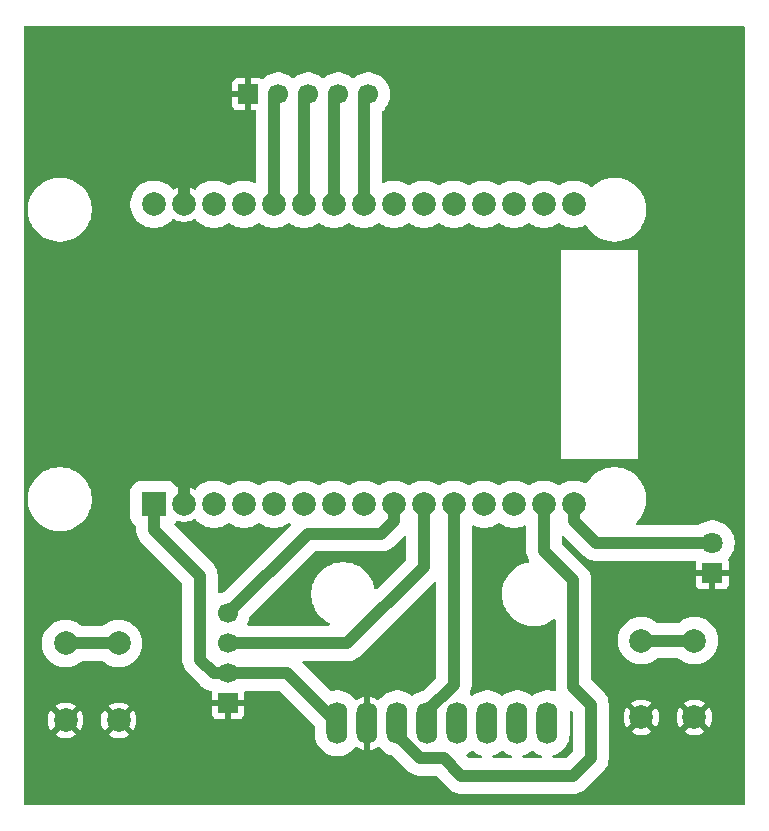
<source format=gbr>
%TF.GenerationSoftware,KiCad,Pcbnew,9.0.2*%
%TF.CreationDate,2025-07-16T17:11:34-05:00*%
%TF.ProjectId,guante_primiparos,6775616e-7465-45f7-9072-696d69706172,rev?*%
%TF.SameCoordinates,Original*%
%TF.FileFunction,Copper,L2,Bot*%
%TF.FilePolarity,Positive*%
%FSLAX46Y46*%
G04 Gerber Fmt 4.6, Leading zero omitted, Abs format (unit mm)*
G04 Created by KiCad (PCBNEW 9.0.2) date 2025-07-16 17:11:34*
%MOMM*%
%LPD*%
G01*
G04 APERTURE LIST*
%TA.AperFunction,ComponentPad*%
%ADD10R,2.000000X2.000000*%
%TD*%
%TA.AperFunction,ComponentPad*%
%ADD11C,2.000000*%
%TD*%
%TA.AperFunction,ComponentPad*%
%ADD12R,1.700000X1.700000*%
%TD*%
%TA.AperFunction,ComponentPad*%
%ADD13C,1.700000*%
%TD*%
%TA.AperFunction,ComponentPad*%
%ADD14O,1.778000X3.556000*%
%TD*%
%TA.AperFunction,ComponentPad*%
%ADD15R,1.800000X1.800000*%
%TD*%
%TA.AperFunction,ComponentPad*%
%ADD16C,1.800000*%
%TD*%
%TA.AperFunction,Conductor*%
%ADD17C,1.000000*%
%TD*%
G04 APERTURE END LIST*
D10*
%TO.P,U1,1,3V3*%
%TO.N,Net-(Brd1-VCC)*%
X105485000Y-125000000D03*
D11*
%TO.P,U1,2,GND*%
%TO.N,Net-(Brd1-GND)*%
X108025000Y-125000000D03*
%TO.P,U1,3,D15*%
%TO.N,unconnected-(U1-D15-Pad3)*%
X110565000Y-125000000D03*
%TO.P,U1,4,D2*%
%TO.N,unconnected-(U1-D2-Pad4)*%
X113105000Y-125000000D03*
%TO.P,U1,5,D4*%
%TO.N,Net-(U1-D4)*%
X115645000Y-125000000D03*
%TO.P,U1,6,RX2*%
%TO.N,unconnected-(U1-RX2-Pad6)*%
X118185000Y-125000000D03*
%TO.P,U1,7,TX2*%
%TO.N,unconnected-(U1-TX2-Pad7)*%
X120725000Y-125000000D03*
%TO.P,U1,8,D5*%
%TO.N,Net-(U1-D5)*%
X123265000Y-125000000D03*
%TO.P,U1,9,D18*%
%TO.N,Net-(Brd1-SDA)*%
X125805000Y-125000000D03*
%TO.P,U1,10,D19*%
%TO.N,Net-(Brd1-SCL)*%
X128345000Y-125000000D03*
%TO.P,U1,11,D21*%
%TO.N,Net-(U1-D21)*%
X130885000Y-125000000D03*
%TO.P,U1,12,RX0*%
%TO.N,unconnected-(U1-RX0-Pad12)*%
X133425000Y-125000000D03*
%TO.P,U1,13,TX0*%
%TO.N,unconnected-(U1-TX0-Pad13)*%
X135965000Y-125000000D03*
%TO.P,U1,14,D22*%
%TO.N,Net-(U1-D22)*%
X138505000Y-125000000D03*
%TO.P,U1,15,D23*%
%TO.N,Net-(D1-A)*%
X141045000Y-125000000D03*
%TO.P,U1,16,EN*%
%TO.N,unconnected-(U1-EN-Pad16)*%
X141045000Y-99600000D03*
%TO.P,U1,17,VP*%
%TO.N,unconnected-(U1-VP-Pad17)*%
X138505000Y-99600000D03*
%TO.P,U1,18,VN*%
%TO.N,unconnected-(U1-VN-Pad18)*%
X135965000Y-99600000D03*
%TO.P,U1,19,D34*%
%TO.N,unconnected-(U1-D34-Pad19)*%
X133425000Y-99600000D03*
%TO.P,U1,20,D35*%
%TO.N,unconnected-(U1-D35-Pad20)*%
X130885000Y-99600000D03*
%TO.P,U1,21,D32*%
%TO.N,unconnected-(U1-D32-Pad21)*%
X128345000Y-99600000D03*
%TO.P,U1,22,D33*%
%TO.N,unconnected-(U1-D33-Pad22)*%
X125805000Y-99600000D03*
%TO.P,U1,23,D25*%
%TO.N,Net-(J6-Pin_5)*%
X123265000Y-99600000D03*
%TO.P,U1,24,D26*%
%TO.N,Net-(J6-Pin_4)*%
X120725000Y-99600000D03*
%TO.P,U1,25,D27*%
%TO.N,Net-(J6-Pin_3)*%
X118185000Y-99600000D03*
%TO.P,U1,26,D14*%
%TO.N,Net-(J6-Pin_2)*%
X115645000Y-99600000D03*
%TO.P,U1,27,D12*%
%TO.N,unconnected-(U1-D12-Pad27)*%
X113105000Y-99600000D03*
%TO.P,U1,28,D13*%
%TO.N,unconnected-(U1-D13-Pad28)*%
X110565000Y-99600000D03*
%TO.P,U1,29,GND*%
%TO.N,Net-(Brd1-GND)*%
X108025000Y-99600000D03*
%TO.P,U1,30,VIN*%
%TO.N,unconnected-(U1-VIN-Pad30)*%
X105485000Y-99600000D03*
%TD*%
D12*
%TO.P,J6,1,Pin_1*%
%TO.N,Net-(Brd1-GND)*%
X113460000Y-90300000D03*
D13*
%TO.P,J6,2,Pin_2*%
%TO.N,Net-(J6-Pin_2)*%
X116000000Y-90300000D03*
%TO.P,J6,3,Pin_3*%
%TO.N,Net-(J6-Pin_3)*%
X118540000Y-90300000D03*
%TO.P,J6,4,Pin_4*%
%TO.N,Net-(J6-Pin_4)*%
X121080000Y-90300000D03*
%TO.P,J6,5,Pin_5*%
%TO.N,Net-(J6-Pin_5)*%
X123620000Y-90300000D03*
%TD*%
D14*
%TO.P,U2,ADO,ADO*%
%TO.N,unconnected-(U2-PadADO)*%
X136250000Y-143550000D03*
%TO.P,U2,GND,GND*%
%TO.N,Net-(Brd1-GND)*%
X123550000Y-143550000D03*
%TO.P,U2,INT,INT*%
%TO.N,unconnected-(U2-PadINT)*%
X138790000Y-143550000D03*
%TO.P,U2,SCL,SCL*%
%TO.N,Net-(U1-D22)*%
X126090000Y-143550000D03*
%TO.P,U2,SDA,SDA*%
%TO.N,Net-(U1-D21)*%
X128630000Y-143550000D03*
%TO.P,U2,VCC,VCC*%
%TO.N,Net-(Brd1-VCC)*%
X121010000Y-143550000D03*
%TO.P,U2,XCL,XCL*%
%TO.N,unconnected-(U2-PadXCL)*%
X133710000Y-143550000D03*
%TO.P,U2,XDA,XDA*%
%TO.N,unconnected-(U2-PadXDA)*%
X131170000Y-143550000D03*
%TD*%
D12*
%TO.P,Brd1,1,GND*%
%TO.N,Net-(Brd1-GND)*%
X111750000Y-141860000D03*
D13*
%TO.P,Brd1,2,VCC*%
%TO.N,Net-(Brd1-VCC)*%
X111750000Y-139320000D03*
%TO.P,Brd1,3,SCL*%
%TO.N,Net-(Brd1-SCL)*%
X111750000Y-136780000D03*
%TO.P,Brd1,4,SDA*%
%TO.N,Net-(Brd1-SDA)*%
X111750000Y-134240000D03*
%TD*%
D15*
%TO.P,D1,1,K*%
%TO.N,Net-(Brd1-GND)*%
X152750000Y-130820000D03*
D16*
%TO.P,D1,2,A*%
%TO.N,Net-(D1-A)*%
X152750000Y-128280000D03*
%TD*%
D11*
%TO.P,SW2,1,1*%
%TO.N,Net-(U1-D5)*%
X151250000Y-136550000D03*
%TO.P,SW2,1,2*%
X146750000Y-136550000D03*
%TO.P,SW2,1,1*%
%TO.N,Net-(Brd1-GND)*%
X151250000Y-143050000D03*
%TO.P,SW2,2,2*%
X146750000Y-143050000D03*
%TD*%
%TO.P,SW1,1,1*%
%TO.N,Net-(U1-D4)*%
X98000000Y-136800000D03*
%TO.P,SW1,1,2*%
X102500000Y-136800000D03*
%TO.P,SW1,2,1*%
%TO.N,Net-(Brd1-GND)*%
X98000000Y-143300000D03*
%TO.P,SW1,2,2*%
X102500000Y-143300000D03*
%TD*%
D17*
%TO.N,Net-(Brd1-GND)*%
X108025000Y-125000000D02*
X108025000Y-123525000D01*
X108025000Y-98025000D02*
X108000000Y-98000000D01*
X108025000Y-99600000D02*
X108025000Y-98025000D01*
%TO.N,Net-(U1-D21)*%
X128630000Y-142528136D02*
X128630000Y-143550000D01*
X130885000Y-125000000D02*
X130885000Y-140273136D01*
X130885000Y-140273136D02*
X128630000Y-142528136D01*
%TO.N,Net-(U1-D22)*%
X126090000Y-144571864D02*
X126090000Y-143550000D01*
X128018136Y-146500000D02*
X126090000Y-144571864D01*
X130000000Y-146500000D02*
X128018136Y-146500000D01*
X131500000Y-148000000D02*
X130000000Y-146500000D01*
X141000000Y-148000000D02*
X131500000Y-148000000D01*
X142500000Y-146500000D02*
X141000000Y-148000000D01*
X142500000Y-142000000D02*
X142500000Y-146500000D01*
X141000000Y-140500000D02*
X142500000Y-142000000D01*
X141000000Y-131433102D02*
X141000000Y-140500000D01*
X138505000Y-128938102D02*
X141000000Y-131433102D01*
X138505000Y-125000000D02*
X138505000Y-128938102D01*
%TO.N,Net-(J6-Pin_5)*%
X123265000Y-90655000D02*
X123620000Y-90300000D01*
X123265000Y-99600000D02*
X123265000Y-90655000D01*
%TO.N,Net-(J6-Pin_4)*%
X120725000Y-90655000D02*
X121080000Y-90300000D01*
X120725000Y-99600000D02*
X120725000Y-90655000D01*
%TO.N,Net-(J6-Pin_3)*%
X118185000Y-90655000D02*
X118540000Y-90300000D01*
X118185000Y-99600000D02*
X118185000Y-90655000D01*
%TO.N,Net-(J6-Pin_2)*%
X115645000Y-90655000D02*
X116000000Y-90300000D01*
X115645000Y-99600000D02*
X115645000Y-90655000D01*
%TO.N,Net-(Brd1-SDA)*%
X118489000Y-127501000D02*
X124718213Y-127501000D01*
X125805000Y-126414213D02*
X125805000Y-125000000D01*
X111750000Y-134240000D02*
X118489000Y-127501000D01*
X124718213Y-127501000D02*
X125805000Y-126414213D01*
%TO.N,Net-(Brd1-VCC)*%
X109399000Y-138171081D02*
X110547919Y-139320000D01*
X105485000Y-125000000D02*
X105485000Y-127172158D01*
X105485000Y-127172158D02*
X109399000Y-131086158D01*
X121010000Y-143550000D02*
X116780000Y-139320000D01*
X116780000Y-139320000D02*
X111750000Y-139320000D01*
X110547919Y-139320000D02*
X111750000Y-139320000D01*
X109399000Y-131086158D02*
X109399000Y-138171081D01*
%TO.N,Net-(Brd1-GND)*%
X152750000Y-130820000D02*
X152480000Y-130820000D01*
%TO.N,Net-(Brd1-SCL)*%
X111750000Y-136780000D02*
X121866898Y-136780000D01*
X121866898Y-136780000D02*
X128345000Y-130301898D01*
X128345000Y-130301898D02*
X128345000Y-125000000D01*
%TO.N,Net-(D1-A)*%
X142910787Y-128280000D02*
X141045000Y-126414213D01*
X152750000Y-128280000D02*
X142910787Y-128280000D01*
X141045000Y-126414213D02*
X141045000Y-125000000D01*
%TO.N,Net-(U1-D4)*%
X102500000Y-136800000D02*
X98000000Y-136800000D01*
%TO.N,Net-(U1-D5)*%
X146750000Y-136550000D02*
X151250000Y-136550000D01*
%TD*%
%TA.AperFunction,Conductor*%
%TO.N,Net-(Brd1-GND)*%
G36*
X129303834Y-131567605D02*
G01*
X129359767Y-131609477D01*
X129384184Y-131674941D01*
X129384500Y-131683787D01*
X129384500Y-139600246D01*
X129364815Y-139667285D01*
X129348181Y-139687927D01*
X128245411Y-140790696D01*
X128189824Y-140822790D01*
X128021332Y-140867938D01*
X127792508Y-140962720D01*
X127792499Y-140962724D01*
X127578004Y-141086563D01*
X127577989Y-141086573D01*
X127435486Y-141195920D01*
X127370317Y-141221114D01*
X127301872Y-141207076D01*
X127284514Y-141195920D01*
X127142010Y-141086573D01*
X127142008Y-141086572D01*
X127142002Y-141086567D01*
X127088593Y-141055731D01*
X126927500Y-140962724D01*
X126927491Y-140962720D01*
X126698667Y-140867938D01*
X126521627Y-140820500D01*
X126459414Y-140803830D01*
X126459413Y-140803829D01*
X126459410Y-140803829D01*
X126213853Y-140771501D01*
X126213850Y-140771500D01*
X126213844Y-140771500D01*
X125966156Y-140771500D01*
X125966150Y-140771500D01*
X125966146Y-140771501D01*
X125720589Y-140803829D01*
X125481332Y-140867938D01*
X125252508Y-140962720D01*
X125252499Y-140962724D01*
X125038004Y-141086563D01*
X125037989Y-141086573D01*
X124841494Y-141237349D01*
X124841487Y-141237355D01*
X124666355Y-141412487D01*
X124571057Y-141536682D01*
X124514629Y-141577884D01*
X124444883Y-141582039D01*
X124399796Y-141561513D01*
X124277998Y-141473023D01*
X124083191Y-141373762D01*
X124083188Y-141373761D01*
X123875258Y-141306201D01*
X123800000Y-141294281D01*
X123800000Y-143234314D01*
X123795606Y-143229920D01*
X123704394Y-143177259D01*
X123602661Y-143150000D01*
X123497339Y-143150000D01*
X123395606Y-143177259D01*
X123304394Y-143229920D01*
X123300000Y-143234314D01*
X123300000Y-141294281D01*
X123224741Y-141306201D01*
X123016811Y-141373761D01*
X123016808Y-141373762D01*
X122822001Y-141473023D01*
X122700204Y-141561513D01*
X122634397Y-141584993D01*
X122566344Y-141569167D01*
X122528943Y-141536682D01*
X122480095Y-141473023D01*
X122433649Y-141412493D01*
X122433647Y-141412491D01*
X122433644Y-141412487D01*
X122258512Y-141237355D01*
X122258505Y-141237349D01*
X122062010Y-141086573D01*
X122062008Y-141086572D01*
X122062002Y-141086567D01*
X122008593Y-141055731D01*
X121847500Y-140962724D01*
X121847491Y-140962720D01*
X121618667Y-140867938D01*
X121441627Y-140820500D01*
X121379414Y-140803830D01*
X121379413Y-140803829D01*
X121379410Y-140803829D01*
X121133853Y-140771501D01*
X121133850Y-140771500D01*
X121133844Y-140771500D01*
X120886156Y-140771500D01*
X120886150Y-140771500D01*
X120886146Y-140771501D01*
X120640589Y-140803829D01*
X120640575Y-140803832D01*
X120508838Y-140839131D01*
X120438988Y-140837468D01*
X120389064Y-140807037D01*
X118074208Y-138492181D01*
X118040723Y-138430858D01*
X118045707Y-138361166D01*
X118087579Y-138305233D01*
X118153043Y-138280816D01*
X118161889Y-138280500D01*
X121984995Y-138280500D01*
X122218266Y-138243553D01*
X122300221Y-138216924D01*
X122442890Y-138170568D01*
X122653332Y-138063343D01*
X122844408Y-137924517D01*
X129172819Y-131596106D01*
X129234142Y-131562621D01*
X129303834Y-131567605D01*
G37*
%TD.AperFunction*%
%TA.AperFunction,Conductor*%
G36*
X155442539Y-84520185D02*
G01*
X155488294Y-84572989D01*
X155499500Y-84624500D01*
X155499500Y-150375500D01*
X155479815Y-150442539D01*
X155427011Y-150488294D01*
X155375500Y-150499500D01*
X94624500Y-150499500D01*
X94557461Y-150479815D01*
X94511706Y-150427011D01*
X94500500Y-150375500D01*
X94500500Y-143181947D01*
X96500000Y-143181947D01*
X96500000Y-143418052D01*
X96536934Y-143651247D01*
X96609897Y-143875802D01*
X96717087Y-144086174D01*
X96777338Y-144169104D01*
X96777340Y-144169105D01*
X97476212Y-143470233D01*
X97487482Y-143512292D01*
X97559890Y-143637708D01*
X97662292Y-143740110D01*
X97787708Y-143812518D01*
X97829765Y-143823787D01*
X97130893Y-144522658D01*
X97213828Y-144582914D01*
X97424197Y-144690102D01*
X97648752Y-144763065D01*
X97648751Y-144763065D01*
X97881948Y-144800000D01*
X98118052Y-144800000D01*
X98351247Y-144763065D01*
X98575802Y-144690102D01*
X98786163Y-144582918D01*
X98786169Y-144582914D01*
X98869104Y-144522658D01*
X98869105Y-144522658D01*
X98170233Y-143823787D01*
X98212292Y-143812518D01*
X98337708Y-143740110D01*
X98440110Y-143637708D01*
X98512518Y-143512292D01*
X98523787Y-143470234D01*
X99222658Y-144169105D01*
X99222658Y-144169104D01*
X99282914Y-144086169D01*
X99282918Y-144086163D01*
X99390102Y-143875802D01*
X99463065Y-143651247D01*
X99500000Y-143418052D01*
X99500000Y-143181947D01*
X101000000Y-143181947D01*
X101000000Y-143418052D01*
X101036934Y-143651247D01*
X101109897Y-143875802D01*
X101217087Y-144086174D01*
X101277338Y-144169104D01*
X101277340Y-144169105D01*
X101976212Y-143470233D01*
X101987482Y-143512292D01*
X102059890Y-143637708D01*
X102162292Y-143740110D01*
X102287708Y-143812518D01*
X102329765Y-143823787D01*
X101630893Y-144522658D01*
X101713828Y-144582914D01*
X101924197Y-144690102D01*
X102148752Y-144763065D01*
X102148751Y-144763065D01*
X102381948Y-144800000D01*
X102618052Y-144800000D01*
X102851247Y-144763065D01*
X103075802Y-144690102D01*
X103286163Y-144582918D01*
X103286169Y-144582914D01*
X103369104Y-144522658D01*
X103369105Y-144522658D01*
X102670233Y-143823787D01*
X102712292Y-143812518D01*
X102837708Y-143740110D01*
X102940110Y-143637708D01*
X103012518Y-143512292D01*
X103023787Y-143470234D01*
X103722658Y-144169105D01*
X103722658Y-144169104D01*
X103782914Y-144086169D01*
X103782918Y-144086163D01*
X103890102Y-143875802D01*
X103963065Y-143651247D01*
X104000000Y-143418052D01*
X104000000Y-143181947D01*
X103963065Y-142948752D01*
X103890102Y-142724197D01*
X103782914Y-142513828D01*
X103722658Y-142430894D01*
X103722658Y-142430893D01*
X103023787Y-143129765D01*
X103012518Y-143087708D01*
X102940110Y-142962292D01*
X102837708Y-142859890D01*
X102712292Y-142787482D01*
X102670234Y-142776212D01*
X103369105Y-142077340D01*
X103369105Y-142077339D01*
X103286174Y-142017087D01*
X103075802Y-141909897D01*
X102851247Y-141836934D01*
X102851248Y-141836934D01*
X102618052Y-141800000D01*
X102381948Y-141800000D01*
X102148752Y-141836934D01*
X101924197Y-141909897D01*
X101713830Y-142017084D01*
X101630894Y-142077340D01*
X102329766Y-142776212D01*
X102287708Y-142787482D01*
X102162292Y-142859890D01*
X102059890Y-142962292D01*
X101987482Y-143087708D01*
X101976212Y-143129766D01*
X101277340Y-142430894D01*
X101217084Y-142513830D01*
X101109897Y-142724197D01*
X101036934Y-142948752D01*
X101000000Y-143181947D01*
X99500000Y-143181947D01*
X99463065Y-142948752D01*
X99390102Y-142724197D01*
X99282914Y-142513828D01*
X99222658Y-142430894D01*
X99222658Y-142430893D01*
X98523787Y-143129765D01*
X98512518Y-143087708D01*
X98440110Y-142962292D01*
X98337708Y-142859890D01*
X98212292Y-142787482D01*
X98170234Y-142776212D01*
X98869105Y-142077340D01*
X98869104Y-142077339D01*
X98786174Y-142017087D01*
X98575802Y-141909897D01*
X98351247Y-141836934D01*
X98351248Y-141836934D01*
X98118052Y-141800000D01*
X97881948Y-141800000D01*
X97648752Y-141836934D01*
X97424197Y-141909897D01*
X97213830Y-142017084D01*
X97130894Y-142077340D01*
X97829766Y-142776212D01*
X97787708Y-142787482D01*
X97662292Y-142859890D01*
X97559890Y-142962292D01*
X97487482Y-143087708D01*
X97476212Y-143129766D01*
X96777340Y-142430894D01*
X96717084Y-142513830D01*
X96609897Y-142724197D01*
X96536934Y-142948752D01*
X96500000Y-143181947D01*
X94500500Y-143181947D01*
X94500500Y-136668872D01*
X95999500Y-136668872D01*
X95999500Y-136931127D01*
X96026123Y-137133339D01*
X96033730Y-137191116D01*
X96099531Y-137436690D01*
X96101602Y-137444418D01*
X96101605Y-137444428D01*
X96201953Y-137686690D01*
X96201958Y-137686700D01*
X96333075Y-137913803D01*
X96492718Y-138121851D01*
X96492726Y-138121860D01*
X96678140Y-138307274D01*
X96678148Y-138307281D01*
X96678149Y-138307282D01*
X96726554Y-138344424D01*
X96886196Y-138466924D01*
X97113299Y-138598041D01*
X97113309Y-138598046D01*
X97355571Y-138698394D01*
X97355581Y-138698398D01*
X97608884Y-138766270D01*
X97868880Y-138800500D01*
X97868887Y-138800500D01*
X98131113Y-138800500D01*
X98131120Y-138800500D01*
X98391116Y-138766270D01*
X98644419Y-138698398D01*
X98886697Y-138598043D01*
X99113803Y-138466924D01*
X99297295Y-138326124D01*
X99362463Y-138300930D01*
X99372781Y-138300500D01*
X101127219Y-138300500D01*
X101194258Y-138320185D01*
X101202700Y-138326120D01*
X101264026Y-138373178D01*
X101386196Y-138466924D01*
X101613299Y-138598041D01*
X101613309Y-138598046D01*
X101855571Y-138698394D01*
X101855581Y-138698398D01*
X102108884Y-138766270D01*
X102368880Y-138800500D01*
X102368887Y-138800500D01*
X102631113Y-138800500D01*
X102631120Y-138800500D01*
X102891116Y-138766270D01*
X103144419Y-138698398D01*
X103386697Y-138598043D01*
X103613803Y-138466924D01*
X103821851Y-138307282D01*
X103821855Y-138307277D01*
X103821860Y-138307274D01*
X104007274Y-138121860D01*
X104007277Y-138121855D01*
X104007282Y-138121851D01*
X104166924Y-137913803D01*
X104298043Y-137686697D01*
X104398398Y-137444419D01*
X104466270Y-137191116D01*
X104500500Y-136931120D01*
X104500500Y-136668880D01*
X104466270Y-136408884D01*
X104398398Y-136155581D01*
X104398394Y-136155571D01*
X104298046Y-135913309D01*
X104298041Y-135913299D01*
X104166924Y-135686196D01*
X104007281Y-135478148D01*
X104007274Y-135478140D01*
X103821860Y-135292726D01*
X103821851Y-135292718D01*
X103613803Y-135133075D01*
X103386700Y-135001958D01*
X103386690Y-135001953D01*
X103144428Y-134901605D01*
X103144421Y-134901603D01*
X103144419Y-134901602D01*
X102891116Y-134833730D01*
X102831582Y-134825892D01*
X102631127Y-134799500D01*
X102631120Y-134799500D01*
X102368880Y-134799500D01*
X102368872Y-134799500D01*
X102137772Y-134829926D01*
X102108884Y-134833730D01*
X101855581Y-134901602D01*
X101855571Y-134901605D01*
X101613309Y-135001953D01*
X101613299Y-135001958D01*
X101386196Y-135133075D01*
X101262296Y-135228149D01*
X101202704Y-135273875D01*
X101137537Y-135299070D01*
X101127219Y-135299500D01*
X99372781Y-135299500D01*
X99305742Y-135279815D01*
X99297299Y-135273879D01*
X99233148Y-135224653D01*
X99113803Y-135133075D01*
X98886700Y-135001958D01*
X98886690Y-135001953D01*
X98644428Y-134901605D01*
X98644421Y-134901603D01*
X98644419Y-134901602D01*
X98391116Y-134833730D01*
X98331582Y-134825892D01*
X98131127Y-134799500D01*
X98131120Y-134799500D01*
X97868880Y-134799500D01*
X97868872Y-134799500D01*
X97637772Y-134829926D01*
X97608884Y-134833730D01*
X97355581Y-134901602D01*
X97355571Y-134901605D01*
X97113309Y-135001953D01*
X97113299Y-135001958D01*
X96886196Y-135133075D01*
X96678148Y-135292718D01*
X96492718Y-135478148D01*
X96333075Y-135686196D01*
X96201958Y-135913299D01*
X96201953Y-135913309D01*
X96101605Y-136155571D01*
X96101602Y-136155581D01*
X96033730Y-136408885D01*
X95999500Y-136668872D01*
X94500500Y-136668872D01*
X94500500Y-124428336D01*
X94824500Y-124428336D01*
X94824500Y-124731663D01*
X94858457Y-125033048D01*
X94858460Y-125033062D01*
X94925953Y-125328771D01*
X94925957Y-125328783D01*
X95026133Y-125615068D01*
X95157733Y-125888338D01*
X95157735Y-125888341D01*
X95319108Y-126145164D01*
X95404981Y-126252845D01*
X95505985Y-126379501D01*
X95508221Y-126382304D01*
X95722696Y-126596779D01*
X95959836Y-126785892D01*
X96216659Y-126947265D01*
X96489935Y-127078868D01*
X96704951Y-127154105D01*
X96776216Y-127179042D01*
X96776228Y-127179046D01*
X97071937Y-127246540D01*
X97071946Y-127246541D01*
X97071951Y-127246542D01*
X97272874Y-127269180D01*
X97373337Y-127280499D01*
X97373340Y-127280500D01*
X97373343Y-127280500D01*
X97676660Y-127280500D01*
X97676661Y-127280499D01*
X97830694Y-127263144D01*
X97978048Y-127246542D01*
X97978051Y-127246541D01*
X97978063Y-127246540D01*
X98273772Y-127179046D01*
X98560065Y-127078868D01*
X98833341Y-126947265D01*
X99090164Y-126785892D01*
X99327304Y-126596779D01*
X99541779Y-126382304D01*
X99730892Y-126145164D01*
X99892265Y-125888341D01*
X100023868Y-125615065D01*
X100124046Y-125328772D01*
X100191540Y-125033063D01*
X100202831Y-124932857D01*
X100225499Y-124731663D01*
X100225500Y-124731659D01*
X100225500Y-124428340D01*
X100225499Y-124428336D01*
X100191542Y-124126951D01*
X100191541Y-124126946D01*
X100191540Y-124126937D01*
X100149321Y-123941966D01*
X103484500Y-123941966D01*
X103484500Y-126058028D01*
X103484501Y-126058034D01*
X103495113Y-126177415D01*
X103551089Y-126373045D01*
X103551090Y-126373048D01*
X103551091Y-126373049D01*
X103645302Y-126553407D01*
X103660324Y-126571830D01*
X103773890Y-126711109D01*
X103936467Y-126843672D01*
X103935103Y-126845344D01*
X103973869Y-126891116D01*
X103984500Y-126941351D01*
X103984500Y-127290255D01*
X104021446Y-127523526D01*
X104094433Y-127748154D01*
X104201657Y-127958592D01*
X104340484Y-128149669D01*
X107862181Y-131671366D01*
X107895666Y-131732689D01*
X107898500Y-131759047D01*
X107898500Y-138289178D01*
X107935446Y-138522449D01*
X108008433Y-138747077D01*
X108035654Y-138800500D01*
X108115657Y-138957515D01*
X108254483Y-139148591D01*
X109403402Y-140297510D01*
X109570409Y-140464517D01*
X109761486Y-140603343D01*
X109803017Y-140624504D01*
X109971922Y-140710566D01*
X109971924Y-140710566D01*
X109971927Y-140710568D01*
X110092331Y-140749689D01*
X110196550Y-140783553D01*
X110241650Y-140790696D01*
X110298974Y-140799775D01*
X110362109Y-140829704D01*
X110399041Y-140889015D01*
X110402867Y-140935502D01*
X110400000Y-140962169D01*
X110400000Y-141610000D01*
X111316988Y-141610000D01*
X111284075Y-141667007D01*
X111250000Y-141794174D01*
X111250000Y-141925826D01*
X111284075Y-142052993D01*
X111316988Y-142110000D01*
X110400000Y-142110000D01*
X110400000Y-142757844D01*
X110406401Y-142817372D01*
X110406403Y-142817379D01*
X110456645Y-142952086D01*
X110456649Y-142952093D01*
X110542809Y-143067187D01*
X110542812Y-143067190D01*
X110657906Y-143153350D01*
X110657913Y-143153354D01*
X110792620Y-143203596D01*
X110792627Y-143203598D01*
X110852155Y-143209999D01*
X110852172Y-143210000D01*
X111500000Y-143210000D01*
X111500000Y-142293012D01*
X111557007Y-142325925D01*
X111684174Y-142360000D01*
X111815826Y-142360000D01*
X111942993Y-142325925D01*
X112000000Y-142293012D01*
X112000000Y-143210000D01*
X112647828Y-143210000D01*
X112647844Y-143209999D01*
X112707372Y-143203598D01*
X112707379Y-143203596D01*
X112842086Y-143153354D01*
X112842093Y-143153350D01*
X112957187Y-143067190D01*
X112957190Y-143067187D01*
X113043350Y-142952093D01*
X113043354Y-142952086D01*
X113093596Y-142817379D01*
X113093598Y-142817372D01*
X113099999Y-142757844D01*
X113100000Y-142757827D01*
X113100000Y-142110000D01*
X112183012Y-142110000D01*
X112215925Y-142052993D01*
X112250000Y-141925826D01*
X112250000Y-141794174D01*
X112215925Y-141667007D01*
X112183012Y-141610000D01*
X113100000Y-141610000D01*
X113100000Y-140962172D01*
X113099999Y-140962158D01*
X113099526Y-140957757D01*
X113111930Y-140888997D01*
X113159540Y-140837859D01*
X113222815Y-140820500D01*
X116107111Y-140820500D01*
X116174150Y-140840185D01*
X116194792Y-140856819D01*
X119084181Y-143746208D01*
X119117666Y-143807531D01*
X119120500Y-143833889D01*
X119120500Y-144562837D01*
X119120501Y-144562853D01*
X119152829Y-144808410D01*
X119216938Y-145047667D01*
X119311720Y-145276491D01*
X119311723Y-145276498D01*
X119435567Y-145491002D01*
X119435572Y-145491008D01*
X119435573Y-145491010D01*
X119586349Y-145687505D01*
X119586355Y-145687512D01*
X119761487Y-145862644D01*
X119761494Y-145862650D01*
X119792963Y-145886797D01*
X119957998Y-146013433D01*
X120172502Y-146137277D01*
X120401337Y-146232063D01*
X120640586Y-146296170D01*
X120886156Y-146328500D01*
X120886163Y-146328500D01*
X121133837Y-146328500D01*
X121133844Y-146328500D01*
X121379414Y-146296170D01*
X121618663Y-146232063D01*
X121847498Y-146137277D01*
X122062002Y-146013433D01*
X122258507Y-145862649D01*
X122433649Y-145687507D01*
X122528943Y-145563316D01*
X122585369Y-145522115D01*
X122655115Y-145517960D01*
X122700203Y-145538486D01*
X122822001Y-145626976D01*
X123016808Y-145726237D01*
X123016811Y-145726238D01*
X123224739Y-145793797D01*
X123299999Y-145805717D01*
X123300000Y-145805717D01*
X123300000Y-143865686D01*
X123304394Y-143870080D01*
X123395606Y-143922741D01*
X123497339Y-143950000D01*
X123602661Y-143950000D01*
X123704394Y-143922741D01*
X123795606Y-143870080D01*
X123800000Y-143865686D01*
X123800000Y-145805717D01*
X123875258Y-145793797D01*
X123875261Y-145793797D01*
X124083188Y-145726238D01*
X124083191Y-145726237D01*
X124277995Y-145626978D01*
X124399794Y-145538486D01*
X124465600Y-145515006D01*
X124533654Y-145530831D01*
X124571055Y-145563317D01*
X124666347Y-145687503D01*
X124666355Y-145687512D01*
X124841487Y-145862644D01*
X124841494Y-145862650D01*
X124872963Y-145886797D01*
X125037998Y-146013433D01*
X125252502Y-146137277D01*
X125481337Y-146232063D01*
X125649824Y-146277208D01*
X125705411Y-146309302D01*
X127040626Y-147644517D01*
X127231702Y-147783343D01*
X127425148Y-147881908D01*
X127425147Y-147881908D01*
X127430956Y-147884867D01*
X127442144Y-147890568D01*
X127595577Y-147940421D01*
X127666767Y-147963553D01*
X127900039Y-148000500D01*
X127900044Y-148000500D01*
X129327111Y-148000500D01*
X129394150Y-148020185D01*
X129414792Y-148036819D01*
X130522490Y-149144517D01*
X130713566Y-149283343D01*
X130812992Y-149334003D01*
X130924003Y-149390566D01*
X130924005Y-149390566D01*
X130924008Y-149390568D01*
X131044412Y-149429689D01*
X131148631Y-149463553D01*
X131381903Y-149500500D01*
X131381908Y-149500500D01*
X141118097Y-149500500D01*
X141351368Y-149463553D01*
X141575992Y-149390568D01*
X141786434Y-149283343D01*
X141977510Y-149144517D01*
X143644517Y-147477510D01*
X143783343Y-147286434D01*
X143890568Y-147075992D01*
X143907952Y-147022490D01*
X143963553Y-146851368D01*
X144000500Y-146618097D01*
X144000500Y-142931947D01*
X145250000Y-142931947D01*
X145250000Y-143168052D01*
X145286934Y-143401247D01*
X145359897Y-143625802D01*
X145467087Y-143836174D01*
X145527338Y-143919104D01*
X145527340Y-143919105D01*
X146226212Y-143220233D01*
X146237482Y-143262292D01*
X146309890Y-143387708D01*
X146412292Y-143490110D01*
X146537708Y-143562518D01*
X146579765Y-143573787D01*
X145880893Y-144272658D01*
X145963828Y-144332914D01*
X146174197Y-144440102D01*
X146398752Y-144513065D01*
X146398751Y-144513065D01*
X146631948Y-144550000D01*
X146868052Y-144550000D01*
X147101247Y-144513065D01*
X147325802Y-144440102D01*
X147536163Y-144332918D01*
X147536169Y-144332914D01*
X147619104Y-144272658D01*
X147619105Y-144272658D01*
X146920233Y-143573787D01*
X146962292Y-143562518D01*
X147087708Y-143490110D01*
X147190110Y-143387708D01*
X147262518Y-143262292D01*
X147273787Y-143220234D01*
X147972658Y-143919105D01*
X147972658Y-143919104D01*
X148032914Y-143836169D01*
X148032918Y-143836163D01*
X148140102Y-143625802D01*
X148213065Y-143401247D01*
X148250000Y-143168052D01*
X148250000Y-142931947D01*
X149750000Y-142931947D01*
X149750000Y-143168052D01*
X149786934Y-143401247D01*
X149859897Y-143625802D01*
X149967087Y-143836174D01*
X150027338Y-143919104D01*
X150027340Y-143919105D01*
X150726212Y-143220233D01*
X150737482Y-143262292D01*
X150809890Y-143387708D01*
X150912292Y-143490110D01*
X151037708Y-143562518D01*
X151079765Y-143573787D01*
X150380893Y-144272658D01*
X150463828Y-144332914D01*
X150674197Y-144440102D01*
X150898752Y-144513065D01*
X150898751Y-144513065D01*
X151131948Y-144550000D01*
X151368052Y-144550000D01*
X151601247Y-144513065D01*
X151825802Y-144440102D01*
X152036163Y-144332918D01*
X152036169Y-144332914D01*
X152119104Y-144272658D01*
X152119105Y-144272658D01*
X151420233Y-143573787D01*
X151462292Y-143562518D01*
X151587708Y-143490110D01*
X151690110Y-143387708D01*
X151762518Y-143262292D01*
X151773787Y-143220233D01*
X152472658Y-143919105D01*
X152472658Y-143919104D01*
X152532914Y-143836169D01*
X152532918Y-143836163D01*
X152640102Y-143625802D01*
X152713065Y-143401247D01*
X152750000Y-143168052D01*
X152750000Y-142931947D01*
X152713065Y-142698752D01*
X152640102Y-142474197D01*
X152532914Y-142263828D01*
X152472658Y-142180894D01*
X152472658Y-142180893D01*
X151773787Y-142879765D01*
X151762518Y-142837708D01*
X151690110Y-142712292D01*
X151587708Y-142609890D01*
X151462292Y-142537482D01*
X151420234Y-142526212D01*
X152119105Y-141827340D01*
X152119104Y-141827338D01*
X152036174Y-141767087D01*
X151825802Y-141659897D01*
X151601247Y-141586934D01*
X151601248Y-141586934D01*
X151368052Y-141550000D01*
X151131948Y-141550000D01*
X150898752Y-141586934D01*
X150674197Y-141659897D01*
X150463830Y-141767084D01*
X150380894Y-141827340D01*
X151079766Y-142526212D01*
X151037708Y-142537482D01*
X150912292Y-142609890D01*
X150809890Y-142712292D01*
X150737482Y-142837708D01*
X150726212Y-142879766D01*
X150027340Y-142180894D01*
X149967084Y-142263830D01*
X149859897Y-142474197D01*
X149786934Y-142698752D01*
X149750000Y-142931947D01*
X148250000Y-142931947D01*
X148213065Y-142698752D01*
X148140102Y-142474197D01*
X148032914Y-142263828D01*
X147972658Y-142180894D01*
X147972658Y-142180893D01*
X147273787Y-142879765D01*
X147262518Y-142837708D01*
X147190110Y-142712292D01*
X147087708Y-142609890D01*
X146962292Y-142537482D01*
X146920234Y-142526212D01*
X147619105Y-141827340D01*
X147619104Y-141827339D01*
X147536174Y-141767087D01*
X147325802Y-141659897D01*
X147101247Y-141586934D01*
X147101248Y-141586934D01*
X146868052Y-141550000D01*
X146631948Y-141550000D01*
X146398752Y-141586934D01*
X146174197Y-141659897D01*
X145963830Y-141767084D01*
X145880894Y-141827340D01*
X146579766Y-142526212D01*
X146537708Y-142537482D01*
X146412292Y-142609890D01*
X146309890Y-142712292D01*
X146237482Y-142837708D01*
X146226212Y-142879766D01*
X145527340Y-142180894D01*
X145467084Y-142263830D01*
X145359897Y-142474197D01*
X145286934Y-142698752D01*
X145250000Y-142931947D01*
X144000500Y-142931947D01*
X144000500Y-141881911D01*
X144000498Y-141881893D01*
X143963553Y-141648631D01*
X143890566Y-141424003D01*
X143802236Y-141250646D01*
X143783343Y-141213566D01*
X143644517Y-141022490D01*
X142536819Y-139914792D01*
X142503334Y-139853469D01*
X142500500Y-139827111D01*
X142500500Y-136418872D01*
X144749500Y-136418872D01*
X144749500Y-136681127D01*
X144776123Y-136883339D01*
X144783730Y-136941116D01*
X144850717Y-137191116D01*
X144851602Y-137194418D01*
X144851605Y-137194428D01*
X144951953Y-137436690D01*
X144951958Y-137436700D01*
X145083075Y-137663803D01*
X145242718Y-137871851D01*
X145242726Y-137871860D01*
X145428140Y-138057274D01*
X145428148Y-138057281D01*
X145428149Y-138057282D01*
X145476554Y-138094424D01*
X145636196Y-138216924D01*
X145863299Y-138348041D01*
X145863309Y-138348046D01*
X146105571Y-138448394D01*
X146105581Y-138448398D01*
X146358884Y-138516270D01*
X146618880Y-138550500D01*
X146618887Y-138550500D01*
X146881113Y-138550500D01*
X146881120Y-138550500D01*
X147141116Y-138516270D01*
X147394419Y-138448398D01*
X147636697Y-138348043D01*
X147863803Y-138216924D01*
X148047295Y-138076124D01*
X148112463Y-138050930D01*
X148122781Y-138050500D01*
X149877219Y-138050500D01*
X149944258Y-138070185D01*
X149952700Y-138076120D01*
X150012296Y-138121851D01*
X150136196Y-138216924D01*
X150363299Y-138348041D01*
X150363309Y-138348046D01*
X150605571Y-138448394D01*
X150605581Y-138448398D01*
X150858884Y-138516270D01*
X151118880Y-138550500D01*
X151118887Y-138550500D01*
X151381113Y-138550500D01*
X151381120Y-138550500D01*
X151641116Y-138516270D01*
X151894419Y-138448398D01*
X152136697Y-138348043D01*
X152363803Y-138216924D01*
X152571851Y-138057282D01*
X152571855Y-138057277D01*
X152571860Y-138057274D01*
X152757274Y-137871860D01*
X152757277Y-137871855D01*
X152757282Y-137871851D01*
X152916924Y-137663803D01*
X153048043Y-137436697D01*
X153148398Y-137194419D01*
X153216270Y-136941116D01*
X153250500Y-136681120D01*
X153250500Y-136418880D01*
X153216270Y-136158884D01*
X153148398Y-135905581D01*
X153148394Y-135905571D01*
X153048046Y-135663309D01*
X153048041Y-135663299D01*
X152916924Y-135436196D01*
X152757281Y-135228148D01*
X152757274Y-135228140D01*
X152571860Y-135042726D01*
X152571851Y-135042718D01*
X152363803Y-134883075D01*
X152136700Y-134751958D01*
X152136690Y-134751953D01*
X151894428Y-134651605D01*
X151894421Y-134651603D01*
X151894419Y-134651602D01*
X151641116Y-134583730D01*
X151582676Y-134576036D01*
X151381127Y-134549500D01*
X151381120Y-134549500D01*
X151118880Y-134549500D01*
X151118872Y-134549500D01*
X150890383Y-134579583D01*
X150858884Y-134583730D01*
X150605581Y-134651602D01*
X150605571Y-134651605D01*
X150363309Y-134751953D01*
X150363299Y-134751958D01*
X150136196Y-134883075D01*
X150013448Y-134977265D01*
X149952704Y-135023875D01*
X149887537Y-135049070D01*
X149877219Y-135049500D01*
X148122781Y-135049500D01*
X148055742Y-135029815D01*
X148047299Y-135023879D01*
X147986552Y-134977265D01*
X147863803Y-134883075D01*
X147636700Y-134751958D01*
X147636690Y-134751953D01*
X147394428Y-134651605D01*
X147394421Y-134651603D01*
X147394419Y-134651602D01*
X147141116Y-134583730D01*
X147082676Y-134576036D01*
X146881127Y-134549500D01*
X146881120Y-134549500D01*
X146618880Y-134549500D01*
X146618872Y-134549500D01*
X146390383Y-134579583D01*
X146358884Y-134583730D01*
X146105581Y-134651602D01*
X146105571Y-134651605D01*
X145863309Y-134751953D01*
X145863299Y-134751958D01*
X145636196Y-134883075D01*
X145428148Y-135042718D01*
X145242718Y-135228148D01*
X145083075Y-135436196D01*
X144951958Y-135663299D01*
X144951953Y-135663309D01*
X144851605Y-135905571D01*
X144851602Y-135905581D01*
X144783730Y-136158885D01*
X144749500Y-136418872D01*
X142500500Y-136418872D01*
X142500500Y-131315004D01*
X142479005Y-131179299D01*
X142463553Y-131081734D01*
X142463551Y-131081730D01*
X142463551Y-131081725D01*
X142455506Y-131056967D01*
X142455503Y-131056957D01*
X142390566Y-130857105D01*
X142283342Y-130646668D01*
X142251775Y-130603220D01*
X142144517Y-130455592D01*
X141977510Y-130288585D01*
X140041819Y-128352894D01*
X140008334Y-128291571D01*
X140005500Y-128265213D01*
X140005500Y-127796102D01*
X140025185Y-127729063D01*
X140077989Y-127683308D01*
X140147147Y-127673364D01*
X140210703Y-127702389D01*
X140217181Y-127708421D01*
X141933277Y-129424517D01*
X142124353Y-129563343D01*
X142162069Y-129582560D01*
X142240662Y-129622605D01*
X142334790Y-129670566D01*
X142334792Y-129670566D01*
X142334795Y-129670568D01*
X142413208Y-129696046D01*
X142559418Y-129743553D01*
X142792690Y-129780500D01*
X142792695Y-129780500D01*
X151226000Y-129780500D01*
X151293039Y-129800185D01*
X151338794Y-129852989D01*
X151350000Y-129904500D01*
X151350000Y-130570000D01*
X152374722Y-130570000D01*
X152330667Y-130646306D01*
X152300000Y-130760756D01*
X152300000Y-130879244D01*
X152330667Y-130993694D01*
X152374722Y-131070000D01*
X151350000Y-131070000D01*
X151350000Y-131767844D01*
X151356401Y-131827372D01*
X151356403Y-131827379D01*
X151406645Y-131962086D01*
X151406649Y-131962093D01*
X151492809Y-132077187D01*
X151492812Y-132077190D01*
X151607906Y-132163350D01*
X151607913Y-132163354D01*
X151742620Y-132213596D01*
X151742627Y-132213598D01*
X151802155Y-132219999D01*
X151802172Y-132220000D01*
X152500000Y-132220000D01*
X152500000Y-131195277D01*
X152576306Y-131239333D01*
X152690756Y-131270000D01*
X152809244Y-131270000D01*
X152923694Y-131239333D01*
X153000000Y-131195277D01*
X153000000Y-132220000D01*
X153697828Y-132220000D01*
X153697844Y-132219999D01*
X153757372Y-132213598D01*
X153757379Y-132213596D01*
X153892086Y-132163354D01*
X153892093Y-132163350D01*
X154007187Y-132077190D01*
X154007190Y-132077187D01*
X154093350Y-131962093D01*
X154093354Y-131962086D01*
X154143596Y-131827379D01*
X154143598Y-131827372D01*
X154149999Y-131767844D01*
X154150000Y-131767827D01*
X154150000Y-131070000D01*
X153125278Y-131070000D01*
X153169333Y-130993694D01*
X153200000Y-130879244D01*
X153200000Y-130760756D01*
X153169333Y-130646306D01*
X153125278Y-130570000D01*
X154150000Y-130570000D01*
X154150000Y-129872172D01*
X154149999Y-129872155D01*
X154143598Y-129812627D01*
X154143596Y-129812619D01*
X154106654Y-129713575D01*
X154101669Y-129643883D01*
X154135151Y-129582562D01*
X154181938Y-129535776D01*
X154333599Y-129338127D01*
X154458164Y-129122373D01*
X154553502Y-128892207D01*
X154617982Y-128651565D01*
X154650500Y-128404565D01*
X154650500Y-128155435D01*
X154617982Y-127908435D01*
X154553502Y-127667793D01*
X154493745Y-127523526D01*
X154458169Y-127437638D01*
X154458162Y-127437623D01*
X154333599Y-127221873D01*
X154181939Y-127024225D01*
X154181933Y-127024218D01*
X154005781Y-126848066D01*
X154005774Y-126848060D01*
X153808126Y-126696400D01*
X153592376Y-126571837D01*
X153592361Y-126571830D01*
X153362207Y-126476498D01*
X153151791Y-126420117D01*
X153121565Y-126412018D01*
X153121564Y-126412017D01*
X153121561Y-126412017D01*
X152874575Y-126379501D01*
X152874570Y-126379500D01*
X152874565Y-126379500D01*
X152625435Y-126379500D01*
X152625429Y-126379500D01*
X152625424Y-126379501D01*
X152378438Y-126412017D01*
X152137792Y-126476498D01*
X151907638Y-126571830D01*
X151907623Y-126571837D01*
X151691877Y-126696397D01*
X151668348Y-126714452D01*
X151616968Y-126753876D01*
X151551801Y-126779070D01*
X151541484Y-126779500D01*
X146393945Y-126779500D01*
X146326906Y-126759815D01*
X146281151Y-126707011D01*
X146271207Y-126637853D01*
X146300232Y-126574297D01*
X146306264Y-126567819D01*
X146397585Y-126476498D01*
X146491779Y-126382304D01*
X146680892Y-126145164D01*
X146842265Y-125888341D01*
X146973868Y-125615065D01*
X147074046Y-125328772D01*
X147141540Y-125033063D01*
X147152831Y-124932857D01*
X147175499Y-124731663D01*
X147175500Y-124731659D01*
X147175500Y-124428340D01*
X147175499Y-124428336D01*
X147141542Y-124126951D01*
X147141541Y-124126946D01*
X147141540Y-124126937D01*
X147074046Y-123831228D01*
X146973868Y-123544935D01*
X146842265Y-123271659D01*
X146680892Y-123014836D01*
X146491779Y-122777696D01*
X146277304Y-122563221D01*
X146040164Y-122374108D01*
X145783341Y-122212735D01*
X145783338Y-122212733D01*
X145510068Y-122081133D01*
X145223783Y-121980957D01*
X145223771Y-121980953D01*
X144995556Y-121928864D01*
X144928063Y-121913460D01*
X144928060Y-121913459D01*
X144928048Y-121913457D01*
X144626663Y-121879500D01*
X144626657Y-121879500D01*
X144323343Y-121879500D01*
X144323336Y-121879500D01*
X144021951Y-121913457D01*
X144021937Y-121913460D01*
X143726228Y-121980953D01*
X143726216Y-121980957D01*
X143439931Y-122081133D01*
X143166661Y-122212733D01*
X142909837Y-122374107D01*
X142672696Y-122563220D01*
X142458220Y-122777696D01*
X142269105Y-123014839D01*
X142156559Y-123193953D01*
X142104224Y-123240243D01*
X142035171Y-123250891D01*
X141989567Y-123235368D01*
X141961735Y-123219299D01*
X141931697Y-123201957D01*
X141931695Y-123201956D01*
X141931690Y-123201953D01*
X141689428Y-123101605D01*
X141689421Y-123101603D01*
X141689419Y-123101602D01*
X141436116Y-123033730D01*
X141378339Y-123026123D01*
X141176127Y-122999500D01*
X141176120Y-122999500D01*
X140913880Y-122999500D01*
X140913872Y-122999500D01*
X140682772Y-123029926D01*
X140653884Y-123033730D01*
X140533118Y-123066089D01*
X140400581Y-123101602D01*
X140400571Y-123101605D01*
X140158309Y-123201953D01*
X140158299Y-123201958D01*
X139931197Y-123333075D01*
X139850486Y-123395007D01*
X139785317Y-123420201D01*
X139716872Y-123406162D01*
X139699514Y-123395007D01*
X139618802Y-123333075D01*
X139391700Y-123201958D01*
X139391690Y-123201953D01*
X139149428Y-123101605D01*
X139149421Y-123101603D01*
X139149419Y-123101602D01*
X138896116Y-123033730D01*
X138838339Y-123026123D01*
X138636127Y-122999500D01*
X138636120Y-122999500D01*
X138373880Y-122999500D01*
X138373872Y-122999500D01*
X138142772Y-123029926D01*
X138113884Y-123033730D01*
X137993118Y-123066089D01*
X137860581Y-123101602D01*
X137860571Y-123101605D01*
X137618309Y-123201953D01*
X137618299Y-123201958D01*
X137391197Y-123333075D01*
X137310486Y-123395007D01*
X137245317Y-123420201D01*
X137176872Y-123406162D01*
X137159514Y-123395007D01*
X137078802Y-123333075D01*
X136851700Y-123201958D01*
X136851690Y-123201953D01*
X136609428Y-123101605D01*
X136609421Y-123101603D01*
X136609419Y-123101602D01*
X136356116Y-123033730D01*
X136298339Y-123026123D01*
X136096127Y-122999500D01*
X136096120Y-122999500D01*
X135833880Y-122999500D01*
X135833872Y-122999500D01*
X135602772Y-123029926D01*
X135573884Y-123033730D01*
X135453118Y-123066089D01*
X135320581Y-123101602D01*
X135320571Y-123101605D01*
X135078309Y-123201953D01*
X135078299Y-123201958D01*
X134851197Y-123333075D01*
X134770486Y-123395007D01*
X134705317Y-123420201D01*
X134636872Y-123406162D01*
X134619514Y-123395007D01*
X134538802Y-123333075D01*
X134311700Y-123201958D01*
X134311690Y-123201953D01*
X134069428Y-123101605D01*
X134069421Y-123101603D01*
X134069419Y-123101602D01*
X133816116Y-123033730D01*
X133758339Y-123026123D01*
X133556127Y-122999500D01*
X133556120Y-122999500D01*
X133293880Y-122999500D01*
X133293872Y-122999500D01*
X133062772Y-123029926D01*
X133033884Y-123033730D01*
X132913118Y-123066089D01*
X132780581Y-123101602D01*
X132780571Y-123101605D01*
X132538309Y-123201953D01*
X132538299Y-123201958D01*
X132311197Y-123333075D01*
X132230486Y-123395007D01*
X132165317Y-123420201D01*
X132096872Y-123406162D01*
X132079514Y-123395007D01*
X131998802Y-123333075D01*
X131771700Y-123201958D01*
X131771690Y-123201953D01*
X131529428Y-123101605D01*
X131529421Y-123101603D01*
X131529419Y-123101602D01*
X131276116Y-123033730D01*
X131218339Y-123026123D01*
X131016127Y-122999500D01*
X131016120Y-122999500D01*
X130753880Y-122999500D01*
X130753872Y-122999500D01*
X130522772Y-123029926D01*
X130493884Y-123033730D01*
X130373118Y-123066089D01*
X130240581Y-123101602D01*
X130240571Y-123101605D01*
X129998309Y-123201953D01*
X129998299Y-123201958D01*
X129771197Y-123333075D01*
X129690486Y-123395007D01*
X129625317Y-123420201D01*
X129556872Y-123406162D01*
X129539514Y-123395007D01*
X129458802Y-123333075D01*
X129231700Y-123201958D01*
X129231690Y-123201953D01*
X128989428Y-123101605D01*
X128989421Y-123101603D01*
X128989419Y-123101602D01*
X128736116Y-123033730D01*
X128678339Y-123026123D01*
X128476127Y-122999500D01*
X128476120Y-122999500D01*
X128213880Y-122999500D01*
X128213872Y-122999500D01*
X127982772Y-123029926D01*
X127953884Y-123033730D01*
X127833118Y-123066089D01*
X127700581Y-123101602D01*
X127700571Y-123101605D01*
X127458309Y-123201953D01*
X127458299Y-123201958D01*
X127231197Y-123333075D01*
X127150486Y-123395007D01*
X127085317Y-123420201D01*
X127016872Y-123406162D01*
X126999514Y-123395007D01*
X126918802Y-123333075D01*
X126691700Y-123201958D01*
X126691690Y-123201953D01*
X126449428Y-123101605D01*
X126449421Y-123101603D01*
X126449419Y-123101602D01*
X126196116Y-123033730D01*
X126138339Y-123026123D01*
X125936127Y-122999500D01*
X125936120Y-122999500D01*
X125673880Y-122999500D01*
X125673872Y-122999500D01*
X125442772Y-123029926D01*
X125413884Y-123033730D01*
X125293118Y-123066089D01*
X125160581Y-123101602D01*
X125160571Y-123101605D01*
X124918309Y-123201953D01*
X124918299Y-123201958D01*
X124691197Y-123333075D01*
X124610486Y-123395007D01*
X124545317Y-123420201D01*
X124476872Y-123406162D01*
X124459514Y-123395007D01*
X124378802Y-123333075D01*
X124151700Y-123201958D01*
X124151690Y-123201953D01*
X123909428Y-123101605D01*
X123909421Y-123101603D01*
X123909419Y-123101602D01*
X123656116Y-123033730D01*
X123598339Y-123026123D01*
X123396127Y-122999500D01*
X123396120Y-122999500D01*
X123133880Y-122999500D01*
X123133872Y-122999500D01*
X122902772Y-123029926D01*
X122873884Y-123033730D01*
X122753118Y-123066089D01*
X122620581Y-123101602D01*
X122620571Y-123101605D01*
X122378309Y-123201953D01*
X122378299Y-123201958D01*
X122151197Y-123333075D01*
X122070486Y-123395007D01*
X122005317Y-123420201D01*
X121936872Y-123406162D01*
X121919514Y-123395007D01*
X121838802Y-123333075D01*
X121611700Y-123201958D01*
X121611690Y-123201953D01*
X121369428Y-123101605D01*
X121369421Y-123101603D01*
X121369419Y-123101602D01*
X121116116Y-123033730D01*
X121058339Y-123026123D01*
X120856127Y-122999500D01*
X120856120Y-122999500D01*
X120593880Y-122999500D01*
X120593872Y-122999500D01*
X120362772Y-123029926D01*
X120333884Y-123033730D01*
X120213118Y-123066089D01*
X120080581Y-123101602D01*
X120080571Y-123101605D01*
X119838309Y-123201953D01*
X119838299Y-123201958D01*
X119611197Y-123333075D01*
X119530486Y-123395007D01*
X119465317Y-123420201D01*
X119396872Y-123406162D01*
X119379514Y-123395007D01*
X119298802Y-123333075D01*
X119071700Y-123201958D01*
X119071690Y-123201953D01*
X118829428Y-123101605D01*
X118829421Y-123101603D01*
X118829419Y-123101602D01*
X118576116Y-123033730D01*
X118518339Y-123026123D01*
X118316127Y-122999500D01*
X118316120Y-122999500D01*
X118053880Y-122999500D01*
X118053872Y-122999500D01*
X117822772Y-123029926D01*
X117793884Y-123033730D01*
X117673118Y-123066089D01*
X117540581Y-123101602D01*
X117540571Y-123101605D01*
X117298309Y-123201953D01*
X117298299Y-123201958D01*
X117071197Y-123333075D01*
X116990486Y-123395007D01*
X116925317Y-123420201D01*
X116856872Y-123406162D01*
X116839514Y-123395007D01*
X116758802Y-123333075D01*
X116531700Y-123201958D01*
X116531690Y-123201953D01*
X116289428Y-123101605D01*
X116289421Y-123101603D01*
X116289419Y-123101602D01*
X116036116Y-123033730D01*
X115978339Y-123026123D01*
X115776127Y-122999500D01*
X115776120Y-122999500D01*
X115513880Y-122999500D01*
X115513872Y-122999500D01*
X115282772Y-123029926D01*
X115253884Y-123033730D01*
X115133118Y-123066089D01*
X115000581Y-123101602D01*
X115000571Y-123101605D01*
X114758309Y-123201953D01*
X114758299Y-123201958D01*
X114531197Y-123333075D01*
X114450486Y-123395007D01*
X114385317Y-123420201D01*
X114316872Y-123406162D01*
X114299514Y-123395007D01*
X114218802Y-123333075D01*
X113991700Y-123201958D01*
X113991690Y-123201953D01*
X113749428Y-123101605D01*
X113749421Y-123101603D01*
X113749419Y-123101602D01*
X113496116Y-123033730D01*
X113438339Y-123026123D01*
X113236127Y-122999500D01*
X113236120Y-122999500D01*
X112973880Y-122999500D01*
X112973872Y-122999500D01*
X112742772Y-123029926D01*
X112713884Y-123033730D01*
X112593118Y-123066089D01*
X112460581Y-123101602D01*
X112460571Y-123101605D01*
X112218309Y-123201953D01*
X112218299Y-123201958D01*
X111991197Y-123333075D01*
X111910486Y-123395007D01*
X111845317Y-123420201D01*
X111776872Y-123406162D01*
X111759514Y-123395007D01*
X111678802Y-123333075D01*
X111451700Y-123201958D01*
X111451690Y-123201953D01*
X111209428Y-123101605D01*
X111209421Y-123101603D01*
X111209419Y-123101602D01*
X110956116Y-123033730D01*
X110898339Y-123026123D01*
X110696127Y-122999500D01*
X110696120Y-122999500D01*
X110433880Y-122999500D01*
X110433872Y-122999500D01*
X110202772Y-123029926D01*
X110173884Y-123033730D01*
X110053118Y-123066089D01*
X109920581Y-123101602D01*
X109920571Y-123101605D01*
X109678309Y-123201953D01*
X109678299Y-123201958D01*
X109451196Y-123333075D01*
X109243148Y-123492718D01*
X109057726Y-123678140D01*
X109057716Y-123678151D01*
X109023819Y-123722325D01*
X108967391Y-123763527D01*
X108897644Y-123767680D01*
X108852560Y-123747155D01*
X108811174Y-123717087D01*
X108600802Y-123609897D01*
X108376247Y-123536934D01*
X108376248Y-123536934D01*
X108143052Y-123500000D01*
X107906948Y-123500000D01*
X107673751Y-123536934D01*
X107515381Y-123588392D01*
X107445540Y-123590387D01*
X107385707Y-123554307D01*
X107367156Y-123527874D01*
X107324698Y-123446593D01*
X107282635Y-123395007D01*
X107196109Y-123288890D01*
X107038409Y-123160304D01*
X107038410Y-123160304D01*
X107038407Y-123160302D01*
X106858049Y-123066091D01*
X106858048Y-123066090D01*
X106858045Y-123066089D01*
X106740829Y-123032550D01*
X106662418Y-123010114D01*
X106662415Y-123010113D01*
X106662413Y-123010113D01*
X106596102Y-123004217D01*
X106543037Y-122999500D01*
X106543032Y-122999500D01*
X104426971Y-122999500D01*
X104426965Y-122999500D01*
X104426964Y-122999501D01*
X104415316Y-123000536D01*
X104307584Y-123010113D01*
X104111954Y-123066089D01*
X104043963Y-123101605D01*
X103931593Y-123160302D01*
X103931591Y-123160303D01*
X103931590Y-123160304D01*
X103773890Y-123288890D01*
X103645304Y-123446590D01*
X103645302Y-123446593D01*
X103598196Y-123536772D01*
X103551089Y-123626954D01*
X103495114Y-123822583D01*
X103495113Y-123822586D01*
X103484500Y-123941966D01*
X100149321Y-123941966D01*
X100124046Y-123831228D01*
X100023868Y-123544935D01*
X99892265Y-123271659D01*
X99730892Y-123014836D01*
X99541779Y-122777696D01*
X99327304Y-122563221D01*
X99090164Y-122374108D01*
X98833341Y-122212735D01*
X98833338Y-122212733D01*
X98560068Y-122081133D01*
X98273783Y-121980957D01*
X98273771Y-121980953D01*
X98045556Y-121928864D01*
X97978063Y-121913460D01*
X97978060Y-121913459D01*
X97978048Y-121913457D01*
X97676663Y-121879500D01*
X97676657Y-121879500D01*
X97373343Y-121879500D01*
X97373336Y-121879500D01*
X97071951Y-121913457D01*
X97071937Y-121913460D01*
X96776228Y-121980953D01*
X96776216Y-121980957D01*
X96489931Y-122081133D01*
X96216661Y-122212733D01*
X95959837Y-122374107D01*
X95722696Y-122563220D01*
X95508220Y-122777696D01*
X95319107Y-123014837D01*
X95157733Y-123271661D01*
X95026133Y-123544931D01*
X94925957Y-123831216D01*
X94925953Y-123831228D01*
X94858460Y-124126937D01*
X94858457Y-124126951D01*
X94824500Y-124428336D01*
X94500500Y-124428336D01*
X94500500Y-121210000D01*
X139985000Y-121210000D01*
X146475000Y-121210000D01*
X146475000Y-103520000D01*
X139985000Y-103520000D01*
X139985000Y-121210000D01*
X94500500Y-121210000D01*
X94500500Y-99918336D01*
X94824500Y-99918336D01*
X94824500Y-100221663D01*
X94858457Y-100523048D01*
X94858460Y-100523062D01*
X94925953Y-100818771D01*
X94925957Y-100818783D01*
X95026133Y-101105068D01*
X95157733Y-101378338D01*
X95183507Y-101419357D01*
X95319108Y-101635164D01*
X95508221Y-101872304D01*
X95722696Y-102086779D01*
X95959836Y-102275892D01*
X96216659Y-102437265D01*
X96489935Y-102568868D01*
X96704951Y-102644105D01*
X96776216Y-102669042D01*
X96776228Y-102669046D01*
X97071937Y-102736540D01*
X97071946Y-102736541D01*
X97071951Y-102736542D01*
X97272874Y-102759180D01*
X97373337Y-102770499D01*
X97373340Y-102770500D01*
X97373343Y-102770500D01*
X97676660Y-102770500D01*
X97676661Y-102770499D01*
X97830694Y-102753144D01*
X97978048Y-102736542D01*
X97978051Y-102736541D01*
X97978063Y-102736540D01*
X98273772Y-102669046D01*
X98560065Y-102568868D01*
X98833341Y-102437265D01*
X99090164Y-102275892D01*
X99327304Y-102086779D01*
X99541779Y-101872304D01*
X99730892Y-101635164D01*
X99892265Y-101378341D01*
X100023868Y-101105065D01*
X100124046Y-100818772D01*
X100191540Y-100523063D01*
X100195638Y-100486697D01*
X100225499Y-100221663D01*
X100225500Y-100221659D01*
X100225500Y-99918340D01*
X100225499Y-99918336D01*
X100224914Y-99913147D01*
X100214180Y-99817874D01*
X100191542Y-99616951D01*
X100191541Y-99616946D01*
X100191540Y-99616937D01*
X100157745Y-99468872D01*
X103484500Y-99468872D01*
X103484500Y-99731127D01*
X103493154Y-99796853D01*
X103518730Y-99991116D01*
X103550585Y-100110000D01*
X103586602Y-100244418D01*
X103586605Y-100244428D01*
X103686953Y-100486690D01*
X103686958Y-100486700D01*
X103818075Y-100713803D01*
X103977718Y-100921851D01*
X103977726Y-100921860D01*
X104163140Y-101107274D01*
X104163148Y-101107281D01*
X104371196Y-101266924D01*
X104598299Y-101398041D01*
X104598309Y-101398046D01*
X104840571Y-101498394D01*
X104840581Y-101498398D01*
X105093884Y-101566270D01*
X105353880Y-101600500D01*
X105353887Y-101600500D01*
X105616113Y-101600500D01*
X105616120Y-101600500D01*
X105876116Y-101566270D01*
X106129419Y-101498398D01*
X106371697Y-101398043D01*
X106598803Y-101266924D01*
X106806851Y-101107282D01*
X106806855Y-101107277D01*
X106806860Y-101107274D01*
X106992277Y-100921856D01*
X106992281Y-100921852D01*
X106992282Y-100921851D01*
X107026179Y-100877675D01*
X107082604Y-100836473D01*
X107152350Y-100832318D01*
X107197440Y-100852844D01*
X107238828Y-100882914D01*
X107449197Y-100990102D01*
X107673752Y-101063065D01*
X107673751Y-101063065D01*
X107906948Y-101100000D01*
X108143052Y-101100000D01*
X108376247Y-101063065D01*
X108600802Y-100990102D01*
X108811172Y-100882914D01*
X108852558Y-100852845D01*
X108918365Y-100829364D01*
X108986419Y-100845189D01*
X109023821Y-100877676D01*
X109057716Y-100921849D01*
X109057722Y-100921856D01*
X109243140Y-101107274D01*
X109243148Y-101107281D01*
X109451196Y-101266924D01*
X109678299Y-101398041D01*
X109678309Y-101398046D01*
X109920571Y-101498394D01*
X109920581Y-101498398D01*
X110173884Y-101566270D01*
X110433880Y-101600500D01*
X110433887Y-101600500D01*
X110696113Y-101600500D01*
X110696120Y-101600500D01*
X110956116Y-101566270D01*
X111209419Y-101498398D01*
X111451697Y-101398043D01*
X111678803Y-101266924D01*
X111759514Y-101204991D01*
X111824681Y-101179797D01*
X111893126Y-101193835D01*
X111910481Y-101204987D01*
X111991197Y-101266924D01*
X112127460Y-101345595D01*
X112218299Y-101398041D01*
X112218309Y-101398046D01*
X112460571Y-101498394D01*
X112460581Y-101498398D01*
X112713884Y-101566270D01*
X112973880Y-101600500D01*
X112973887Y-101600500D01*
X113236113Y-101600500D01*
X113236120Y-101600500D01*
X113496116Y-101566270D01*
X113749419Y-101498398D01*
X113991697Y-101398043D01*
X114218803Y-101266924D01*
X114299514Y-101204991D01*
X114364681Y-101179797D01*
X114433126Y-101193835D01*
X114450481Y-101204987D01*
X114531197Y-101266924D01*
X114667460Y-101345595D01*
X114758299Y-101398041D01*
X114758309Y-101398046D01*
X115000571Y-101498394D01*
X115000581Y-101498398D01*
X115253884Y-101566270D01*
X115513880Y-101600500D01*
X115513887Y-101600500D01*
X115776113Y-101600500D01*
X115776120Y-101600500D01*
X116036116Y-101566270D01*
X116289419Y-101498398D01*
X116531697Y-101398043D01*
X116758803Y-101266924D01*
X116839514Y-101204991D01*
X116904681Y-101179797D01*
X116973126Y-101193835D01*
X116990481Y-101204987D01*
X117071197Y-101266924D01*
X117207460Y-101345595D01*
X117298299Y-101398041D01*
X117298309Y-101398046D01*
X117540571Y-101498394D01*
X117540581Y-101498398D01*
X117793884Y-101566270D01*
X118053880Y-101600500D01*
X118053887Y-101600500D01*
X118316113Y-101600500D01*
X118316120Y-101600500D01*
X118576116Y-101566270D01*
X118829419Y-101498398D01*
X119071697Y-101398043D01*
X119298803Y-101266924D01*
X119379514Y-101204991D01*
X119444681Y-101179797D01*
X119513126Y-101193835D01*
X119530481Y-101204987D01*
X119611197Y-101266924D01*
X119747460Y-101345595D01*
X119838299Y-101398041D01*
X119838309Y-101398046D01*
X120080571Y-101498394D01*
X120080581Y-101498398D01*
X120333884Y-101566270D01*
X120593880Y-101600500D01*
X120593887Y-101600500D01*
X120856113Y-101600500D01*
X120856120Y-101600500D01*
X121116116Y-101566270D01*
X121369419Y-101498398D01*
X121611697Y-101398043D01*
X121838803Y-101266924D01*
X121919514Y-101204991D01*
X121984681Y-101179797D01*
X122053126Y-101193835D01*
X122070481Y-101204987D01*
X122151197Y-101266924D01*
X122287460Y-101345595D01*
X122378299Y-101398041D01*
X122378309Y-101398046D01*
X122620571Y-101498394D01*
X122620581Y-101498398D01*
X122873884Y-101566270D01*
X123133880Y-101600500D01*
X123133887Y-101600500D01*
X123396113Y-101600500D01*
X123396120Y-101600500D01*
X123656116Y-101566270D01*
X123909419Y-101498398D01*
X124151697Y-101398043D01*
X124378803Y-101266924D01*
X124459514Y-101204991D01*
X124524681Y-101179797D01*
X124593126Y-101193835D01*
X124610481Y-101204987D01*
X124691197Y-101266924D01*
X124827460Y-101345595D01*
X124918299Y-101398041D01*
X124918309Y-101398046D01*
X125160571Y-101498394D01*
X125160581Y-101498398D01*
X125413884Y-101566270D01*
X125673880Y-101600500D01*
X125673887Y-101600500D01*
X125936113Y-101600500D01*
X125936120Y-101600500D01*
X126196116Y-101566270D01*
X126449419Y-101498398D01*
X126691697Y-101398043D01*
X126918803Y-101266924D01*
X126999514Y-101204991D01*
X127064681Y-101179797D01*
X127133126Y-101193835D01*
X127150481Y-101204987D01*
X127231197Y-101266924D01*
X127367460Y-101345595D01*
X127458299Y-101398041D01*
X127458309Y-101398046D01*
X127700571Y-101498394D01*
X127700581Y-101498398D01*
X127953884Y-101566270D01*
X128213880Y-101600500D01*
X128213887Y-101600500D01*
X128476113Y-101600500D01*
X128476120Y-101600500D01*
X128736116Y-101566270D01*
X128989419Y-101498398D01*
X129231697Y-101398043D01*
X129458803Y-101266924D01*
X129539514Y-101204991D01*
X129604681Y-101179797D01*
X129673126Y-101193835D01*
X129690481Y-101204987D01*
X129771197Y-101266924D01*
X129907460Y-101345595D01*
X129998299Y-101398041D01*
X129998309Y-101398046D01*
X130240571Y-101498394D01*
X130240581Y-101498398D01*
X130493884Y-101566270D01*
X130753880Y-101600500D01*
X130753887Y-101600500D01*
X131016113Y-101600500D01*
X131016120Y-101600500D01*
X131276116Y-101566270D01*
X131529419Y-101498398D01*
X131771697Y-101398043D01*
X131998803Y-101266924D01*
X132079514Y-101204991D01*
X132144681Y-101179797D01*
X132213126Y-101193835D01*
X132230481Y-101204987D01*
X132311197Y-101266924D01*
X132447460Y-101345595D01*
X132538299Y-101398041D01*
X132538309Y-101398046D01*
X132780571Y-101498394D01*
X132780581Y-101498398D01*
X133033884Y-101566270D01*
X133293880Y-101600500D01*
X133293887Y-101600500D01*
X133556113Y-101600500D01*
X133556120Y-101600500D01*
X133816116Y-101566270D01*
X134069419Y-101498398D01*
X134311697Y-101398043D01*
X134538803Y-101266924D01*
X134619514Y-101204991D01*
X134684681Y-101179797D01*
X134753126Y-101193835D01*
X134770481Y-101204987D01*
X134851197Y-101266924D01*
X134987460Y-101345595D01*
X135078299Y-101398041D01*
X135078309Y-101398046D01*
X135320571Y-101498394D01*
X135320581Y-101498398D01*
X135573884Y-101566270D01*
X135833880Y-101600500D01*
X135833887Y-101600500D01*
X136096113Y-101600500D01*
X136096120Y-101600500D01*
X136356116Y-101566270D01*
X136609419Y-101498398D01*
X136851697Y-101398043D01*
X137078803Y-101266924D01*
X137159514Y-101204991D01*
X137224681Y-101179797D01*
X137293126Y-101193835D01*
X137310481Y-101204987D01*
X137391197Y-101266924D01*
X137527460Y-101345595D01*
X137618299Y-101398041D01*
X137618309Y-101398046D01*
X137860571Y-101498394D01*
X137860581Y-101498398D01*
X138113884Y-101566270D01*
X138373880Y-101600500D01*
X138373887Y-101600500D01*
X138636113Y-101600500D01*
X138636120Y-101600500D01*
X138896116Y-101566270D01*
X139149419Y-101498398D01*
X139391697Y-101398043D01*
X139618803Y-101266924D01*
X139699514Y-101204991D01*
X139764681Y-101179797D01*
X139833126Y-101193835D01*
X139850481Y-101204987D01*
X139931197Y-101266924D01*
X140067460Y-101345595D01*
X140158299Y-101398041D01*
X140158309Y-101398046D01*
X140400571Y-101498394D01*
X140400581Y-101498398D01*
X140653884Y-101566270D01*
X140913880Y-101600500D01*
X140913887Y-101600500D01*
X141176113Y-101600500D01*
X141176120Y-101600500D01*
X141436116Y-101566270D01*
X141689419Y-101498398D01*
X141931697Y-101398043D01*
X141931704Y-101398038D01*
X141931708Y-101398037D01*
X141966512Y-101377943D01*
X142034412Y-101361469D01*
X142100439Y-101384321D01*
X142133507Y-101419357D01*
X142269108Y-101635164D01*
X142458221Y-101872304D01*
X142672696Y-102086779D01*
X142909836Y-102275892D01*
X143166659Y-102437265D01*
X143439935Y-102568868D01*
X143654951Y-102644105D01*
X143726216Y-102669042D01*
X143726228Y-102669046D01*
X144021937Y-102736540D01*
X144021946Y-102736541D01*
X144021951Y-102736542D01*
X144222874Y-102759180D01*
X144323337Y-102770499D01*
X144323340Y-102770500D01*
X144323343Y-102770500D01*
X144626660Y-102770500D01*
X144626661Y-102770499D01*
X144780694Y-102753144D01*
X144928048Y-102736542D01*
X144928051Y-102736541D01*
X144928063Y-102736540D01*
X145223772Y-102669046D01*
X145510065Y-102568868D01*
X145783341Y-102437265D01*
X146040164Y-102275892D01*
X146277304Y-102086779D01*
X146491779Y-101872304D01*
X146680892Y-101635164D01*
X146842265Y-101378341D01*
X146973868Y-101105065D01*
X147074046Y-100818772D01*
X147141540Y-100523063D01*
X147145638Y-100486697D01*
X147175499Y-100221663D01*
X147175500Y-100221659D01*
X147175500Y-99918340D01*
X147175499Y-99918336D01*
X147174914Y-99913147D01*
X147164180Y-99817874D01*
X147141542Y-99616951D01*
X147141541Y-99616946D01*
X147141540Y-99616937D01*
X147074046Y-99321228D01*
X146973868Y-99034935D01*
X146842265Y-98761659D01*
X146680892Y-98504836D01*
X146491779Y-98267696D01*
X146277304Y-98053221D01*
X146276940Y-98052931D01*
X146126647Y-97933076D01*
X146040164Y-97864108D01*
X145783341Y-97702735D01*
X145783338Y-97702733D01*
X145510068Y-97571133D01*
X145223783Y-97470957D01*
X145223771Y-97470953D01*
X144995556Y-97418864D01*
X144928063Y-97403460D01*
X144928060Y-97403459D01*
X144928048Y-97403457D01*
X144626663Y-97369500D01*
X144626657Y-97369500D01*
X144323343Y-97369500D01*
X144323336Y-97369500D01*
X144021951Y-97403457D01*
X144021937Y-97403460D01*
X143726228Y-97470953D01*
X143726216Y-97470957D01*
X143439931Y-97571133D01*
X143166661Y-97702733D01*
X142909837Y-97864107D01*
X142672701Y-98053216D01*
X142587706Y-98138211D01*
X142526382Y-98171695D01*
X142456691Y-98166711D01*
X142412344Y-98138210D01*
X142366860Y-98092726D01*
X142366851Y-98092718D01*
X142158803Y-97933075D01*
X141931700Y-97801958D01*
X141931690Y-97801953D01*
X141689428Y-97701605D01*
X141689421Y-97701603D01*
X141689419Y-97701602D01*
X141436116Y-97633730D01*
X141378339Y-97626123D01*
X141176127Y-97599500D01*
X141176120Y-97599500D01*
X140913880Y-97599500D01*
X140913872Y-97599500D01*
X140682772Y-97629926D01*
X140653884Y-97633730D01*
X140482433Y-97679670D01*
X140400581Y-97701602D01*
X140400571Y-97701605D01*
X140158309Y-97801953D01*
X140158299Y-97801958D01*
X139931197Y-97933075D01*
X139850486Y-97995007D01*
X139785317Y-98020201D01*
X139716872Y-98006162D01*
X139699514Y-97995007D01*
X139618802Y-97933075D01*
X139391700Y-97801958D01*
X139391690Y-97801953D01*
X139149428Y-97701605D01*
X139149421Y-97701603D01*
X139149419Y-97701602D01*
X138896116Y-97633730D01*
X138838339Y-97626123D01*
X138636127Y-97599500D01*
X138636120Y-97599500D01*
X138373880Y-97599500D01*
X138373872Y-97599500D01*
X138142772Y-97629926D01*
X138113884Y-97633730D01*
X137942433Y-97679670D01*
X137860581Y-97701602D01*
X137860571Y-97701605D01*
X137618309Y-97801953D01*
X137618299Y-97801958D01*
X137391197Y-97933075D01*
X137310486Y-97995007D01*
X137245317Y-98020201D01*
X137176872Y-98006162D01*
X137159514Y-97995007D01*
X137078802Y-97933075D01*
X136851700Y-97801958D01*
X136851690Y-97801953D01*
X136609428Y-97701605D01*
X136609421Y-97701603D01*
X136609419Y-97701602D01*
X136356116Y-97633730D01*
X136298339Y-97626123D01*
X136096127Y-97599500D01*
X136096120Y-97599500D01*
X135833880Y-97599500D01*
X135833872Y-97599500D01*
X135602772Y-97629926D01*
X135573884Y-97633730D01*
X135402433Y-97679670D01*
X135320581Y-97701602D01*
X135320571Y-97701605D01*
X135078309Y-97801953D01*
X135078299Y-97801958D01*
X134851197Y-97933075D01*
X134770486Y-97995007D01*
X134705317Y-98020201D01*
X134636872Y-98006162D01*
X134619514Y-97995007D01*
X134538802Y-97933075D01*
X134311700Y-97801958D01*
X134311690Y-97801953D01*
X134069428Y-97701605D01*
X134069421Y-97701603D01*
X134069419Y-97701602D01*
X133816116Y-97633730D01*
X133758339Y-97626123D01*
X133556127Y-97599500D01*
X133556120Y-97599500D01*
X133293880Y-97599500D01*
X133293872Y-97599500D01*
X133062772Y-97629926D01*
X133033884Y-97633730D01*
X132862433Y-97679670D01*
X132780581Y-97701602D01*
X132780571Y-97701605D01*
X132538309Y-97801953D01*
X132538299Y-97801958D01*
X132311197Y-97933075D01*
X132230486Y-97995007D01*
X132165317Y-98020201D01*
X132096872Y-98006162D01*
X132079514Y-97995007D01*
X131998802Y-97933075D01*
X131771700Y-97801958D01*
X131771690Y-97801953D01*
X131529428Y-97701605D01*
X131529421Y-97701603D01*
X131529419Y-97701602D01*
X131276116Y-97633730D01*
X131218339Y-97626123D01*
X131016127Y-97599500D01*
X131016120Y-97599500D01*
X130753880Y-97599500D01*
X130753872Y-97599500D01*
X130522772Y-97629926D01*
X130493884Y-97633730D01*
X130322433Y-97679670D01*
X130240581Y-97701602D01*
X130240571Y-97701605D01*
X129998309Y-97801953D01*
X129998299Y-97801958D01*
X129771197Y-97933075D01*
X129690486Y-97995007D01*
X129625317Y-98020201D01*
X129556872Y-98006162D01*
X129539514Y-97995007D01*
X129458802Y-97933075D01*
X129231700Y-97801958D01*
X129231690Y-97801953D01*
X128989428Y-97701605D01*
X128989421Y-97701603D01*
X128989419Y-97701602D01*
X128736116Y-97633730D01*
X128678339Y-97626123D01*
X128476127Y-97599500D01*
X128476120Y-97599500D01*
X128213880Y-97599500D01*
X128213872Y-97599500D01*
X127982772Y-97629926D01*
X127953884Y-97633730D01*
X127782433Y-97679670D01*
X127700581Y-97701602D01*
X127700571Y-97701605D01*
X127458309Y-97801953D01*
X127458299Y-97801958D01*
X127231197Y-97933075D01*
X127150486Y-97995007D01*
X127085317Y-98020201D01*
X127016872Y-98006162D01*
X126999514Y-97995007D01*
X126918802Y-97933075D01*
X126691700Y-97801958D01*
X126691690Y-97801953D01*
X126449428Y-97701605D01*
X126449421Y-97701603D01*
X126449419Y-97701602D01*
X126196116Y-97633730D01*
X126138339Y-97626123D01*
X125936127Y-97599500D01*
X125936120Y-97599500D01*
X125673880Y-97599500D01*
X125673872Y-97599500D01*
X125442772Y-97629926D01*
X125413884Y-97633730D01*
X125242433Y-97679670D01*
X125160581Y-97701602D01*
X125160571Y-97701605D01*
X124936953Y-97794231D01*
X124867483Y-97801700D01*
X124805004Y-97770425D01*
X124769352Y-97710336D01*
X124765500Y-97679670D01*
X124765500Y-91814681D01*
X124785185Y-91747642D01*
X124814013Y-91716306D01*
X124842738Y-91694265D01*
X125014265Y-91522738D01*
X125161936Y-91330289D01*
X125283224Y-91120212D01*
X125376054Y-90896100D01*
X125438838Y-90661789D01*
X125470500Y-90421288D01*
X125470500Y-90178712D01*
X125438838Y-89938211D01*
X125376054Y-89703900D01*
X125283224Y-89479788D01*
X125161936Y-89269711D01*
X125014265Y-89077262D01*
X125014260Y-89077256D01*
X124842743Y-88905739D01*
X124842736Y-88905733D01*
X124650293Y-88758067D01*
X124650292Y-88758066D01*
X124650289Y-88758064D01*
X124440212Y-88636776D01*
X124440205Y-88636773D01*
X124216104Y-88543947D01*
X123981785Y-88481161D01*
X123741289Y-88449500D01*
X123741288Y-88449500D01*
X123498712Y-88449500D01*
X123498711Y-88449500D01*
X123258214Y-88481161D01*
X123023895Y-88543947D01*
X122799794Y-88636773D01*
X122799785Y-88636777D01*
X122589706Y-88758067D01*
X122425486Y-88884077D01*
X122360317Y-88909271D01*
X122291872Y-88895232D01*
X122274514Y-88884077D01*
X122110293Y-88758067D01*
X122110292Y-88758066D01*
X122110289Y-88758064D01*
X121900212Y-88636776D01*
X121900205Y-88636773D01*
X121676104Y-88543947D01*
X121441785Y-88481161D01*
X121201289Y-88449500D01*
X121201288Y-88449500D01*
X120958712Y-88449500D01*
X120958711Y-88449500D01*
X120718214Y-88481161D01*
X120483895Y-88543947D01*
X120259794Y-88636773D01*
X120259785Y-88636777D01*
X120049706Y-88758067D01*
X119885486Y-88884077D01*
X119820317Y-88909271D01*
X119751872Y-88895232D01*
X119734514Y-88884077D01*
X119570293Y-88758067D01*
X119570292Y-88758066D01*
X119570289Y-88758064D01*
X119360212Y-88636776D01*
X119360205Y-88636773D01*
X119136104Y-88543947D01*
X118901785Y-88481161D01*
X118661289Y-88449500D01*
X118661288Y-88449500D01*
X118418712Y-88449500D01*
X118418711Y-88449500D01*
X118178214Y-88481161D01*
X117943895Y-88543947D01*
X117719794Y-88636773D01*
X117719785Y-88636777D01*
X117509706Y-88758067D01*
X117345486Y-88884077D01*
X117280317Y-88909271D01*
X117211872Y-88895232D01*
X117194514Y-88884077D01*
X117030293Y-88758067D01*
X117030292Y-88758066D01*
X117030289Y-88758064D01*
X116820212Y-88636776D01*
X116820205Y-88636773D01*
X116596104Y-88543947D01*
X116361785Y-88481161D01*
X116121289Y-88449500D01*
X116121288Y-88449500D01*
X115878712Y-88449500D01*
X115878711Y-88449500D01*
X115638214Y-88481161D01*
X115403895Y-88543947D01*
X115179794Y-88636773D01*
X115179785Y-88636777D01*
X114969706Y-88758067D01*
X114777264Y-88905732D01*
X114698099Y-88984897D01*
X114636775Y-89018381D01*
X114567084Y-89013397D01*
X114553261Y-89007083D01*
X114417379Y-88956403D01*
X114417372Y-88956401D01*
X114357844Y-88950000D01*
X113710000Y-88950000D01*
X113710000Y-89866988D01*
X113652993Y-89834075D01*
X113525826Y-89800000D01*
X113394174Y-89800000D01*
X113267007Y-89834075D01*
X113210000Y-89866988D01*
X113210000Y-88950000D01*
X112562155Y-88950000D01*
X112502627Y-88956401D01*
X112502620Y-88956403D01*
X112367913Y-89006645D01*
X112367906Y-89006649D01*
X112252812Y-89092809D01*
X112252809Y-89092812D01*
X112166649Y-89207906D01*
X112166645Y-89207913D01*
X112116403Y-89342620D01*
X112116401Y-89342627D01*
X112110000Y-89402155D01*
X112110000Y-90050000D01*
X113026988Y-90050000D01*
X112994075Y-90107007D01*
X112960000Y-90234174D01*
X112960000Y-90365826D01*
X112994075Y-90492993D01*
X113026988Y-90550000D01*
X112110000Y-90550000D01*
X112110000Y-91197844D01*
X112116401Y-91257372D01*
X112116403Y-91257379D01*
X112166645Y-91392086D01*
X112166649Y-91392093D01*
X112252809Y-91507187D01*
X112252812Y-91507190D01*
X112367906Y-91593350D01*
X112367913Y-91593354D01*
X112502620Y-91643596D01*
X112502627Y-91643598D01*
X112562155Y-91649999D01*
X112562172Y-91650000D01*
X113210000Y-91650000D01*
X113210000Y-90733012D01*
X113267007Y-90765925D01*
X113394174Y-90800000D01*
X113525826Y-90800000D01*
X113652993Y-90765925D01*
X113710000Y-90733012D01*
X113710000Y-91650000D01*
X114020500Y-91650000D01*
X114087539Y-91669685D01*
X114133294Y-91722489D01*
X114144500Y-91774000D01*
X114144500Y-97679670D01*
X114124815Y-97746709D01*
X114072011Y-97792464D01*
X114002853Y-97802408D01*
X113973047Y-97794231D01*
X113749428Y-97701605D01*
X113749421Y-97701603D01*
X113749419Y-97701602D01*
X113496116Y-97633730D01*
X113438339Y-97626123D01*
X113236127Y-97599500D01*
X113236120Y-97599500D01*
X112973880Y-97599500D01*
X112973872Y-97599500D01*
X112742772Y-97629926D01*
X112713884Y-97633730D01*
X112542433Y-97679670D01*
X112460581Y-97701602D01*
X112460571Y-97701605D01*
X112218309Y-97801953D01*
X112218299Y-97801958D01*
X111991197Y-97933075D01*
X111910486Y-97995007D01*
X111845317Y-98020201D01*
X111776872Y-98006162D01*
X111759514Y-97995007D01*
X111678802Y-97933075D01*
X111451700Y-97801958D01*
X111451690Y-97801953D01*
X111209428Y-97701605D01*
X111209421Y-97701603D01*
X111209419Y-97701602D01*
X110956116Y-97633730D01*
X110898339Y-97626123D01*
X110696127Y-97599500D01*
X110696120Y-97599500D01*
X110433880Y-97599500D01*
X110433872Y-97599500D01*
X110202772Y-97629926D01*
X110173884Y-97633730D01*
X110002433Y-97679670D01*
X109920581Y-97701602D01*
X109920571Y-97701605D01*
X109678309Y-97801953D01*
X109678299Y-97801958D01*
X109451196Y-97933075D01*
X109243148Y-98092718D01*
X109057726Y-98278140D01*
X109057716Y-98278151D01*
X109023819Y-98322325D01*
X108967391Y-98363527D01*
X108897644Y-98367680D01*
X108852560Y-98347155D01*
X108811174Y-98317087D01*
X108600802Y-98209897D01*
X108376247Y-98136934D01*
X108376248Y-98136934D01*
X108143052Y-98100000D01*
X107906948Y-98100000D01*
X107673752Y-98136934D01*
X107449197Y-98209897D01*
X107238830Y-98317084D01*
X107197437Y-98347157D01*
X107131630Y-98370635D01*
X107063577Y-98354808D01*
X107026178Y-98322323D01*
X106992283Y-98278150D01*
X106992277Y-98278143D01*
X106806860Y-98092726D01*
X106806851Y-98092718D01*
X106598803Y-97933075D01*
X106371700Y-97801958D01*
X106371690Y-97801953D01*
X106129428Y-97701605D01*
X106129421Y-97701603D01*
X106129419Y-97701602D01*
X105876116Y-97633730D01*
X105818339Y-97626123D01*
X105616127Y-97599500D01*
X105616120Y-97599500D01*
X105353880Y-97599500D01*
X105353872Y-97599500D01*
X105122772Y-97629926D01*
X105093884Y-97633730D01*
X104922433Y-97679670D01*
X104840581Y-97701602D01*
X104840571Y-97701605D01*
X104598309Y-97801953D01*
X104598299Y-97801958D01*
X104371196Y-97933075D01*
X104163148Y-98092718D01*
X103977718Y-98278148D01*
X103818075Y-98486196D01*
X103686958Y-98713299D01*
X103686953Y-98713309D01*
X103586605Y-98955571D01*
X103586602Y-98955581D01*
X103523282Y-99191898D01*
X103518730Y-99208885D01*
X103484500Y-99468872D01*
X100157745Y-99468872D01*
X100124046Y-99321228D01*
X100023868Y-99034935D01*
X99892265Y-98761659D01*
X99730892Y-98504836D01*
X99541779Y-98267696D01*
X99327304Y-98053221D01*
X99326940Y-98052931D01*
X99176647Y-97933076D01*
X99090164Y-97864108D01*
X98833341Y-97702735D01*
X98833338Y-97702733D01*
X98560068Y-97571133D01*
X98273783Y-97470957D01*
X98273771Y-97470953D01*
X98045556Y-97418864D01*
X97978063Y-97403460D01*
X97978060Y-97403459D01*
X97978048Y-97403457D01*
X97676663Y-97369500D01*
X97676657Y-97369500D01*
X97373343Y-97369500D01*
X97373336Y-97369500D01*
X97071951Y-97403457D01*
X97071937Y-97403460D01*
X96776228Y-97470953D01*
X96776216Y-97470957D01*
X96489931Y-97571133D01*
X96216661Y-97702733D01*
X95959837Y-97864107D01*
X95722696Y-98053220D01*
X95508220Y-98267696D01*
X95319107Y-98504837D01*
X95157733Y-98761661D01*
X95026133Y-99034931D01*
X94925957Y-99321216D01*
X94925953Y-99321228D01*
X94858460Y-99616937D01*
X94858457Y-99616951D01*
X94824500Y-99918336D01*
X94500500Y-99918336D01*
X94500500Y-84624500D01*
X94520185Y-84557461D01*
X94572989Y-84511706D01*
X94624500Y-84500500D01*
X155375500Y-84500500D01*
X155442539Y-84520185D01*
G37*
%TD.AperFunction*%
%TD*%
%TA.AperFunction,NonConductor*%
G36*
X108986419Y-126245189D02*
G01*
X109023821Y-126277676D01*
X109057716Y-126321849D01*
X109057722Y-126321856D01*
X109243140Y-126507274D01*
X109243148Y-126507281D01*
X109451196Y-126666924D01*
X109678299Y-126798041D01*
X109678309Y-126798046D01*
X109920571Y-126898394D01*
X109920581Y-126898398D01*
X110173884Y-126966270D01*
X110433880Y-127000500D01*
X110433887Y-127000500D01*
X110696113Y-127000500D01*
X110696120Y-127000500D01*
X110956116Y-126966270D01*
X111209419Y-126898398D01*
X111390765Y-126823282D01*
X111451690Y-126798046D01*
X111451691Y-126798045D01*
X111451697Y-126798043D01*
X111678803Y-126666924D01*
X111759514Y-126604991D01*
X111824681Y-126579797D01*
X111893126Y-126593835D01*
X111910481Y-126604987D01*
X111991197Y-126666924D01*
X112090832Y-126724448D01*
X112218299Y-126798041D01*
X112218309Y-126798046D01*
X112460571Y-126898394D01*
X112460581Y-126898398D01*
X112713884Y-126966270D01*
X112973880Y-127000500D01*
X112973887Y-127000500D01*
X113236113Y-127000500D01*
X113236120Y-127000500D01*
X113496116Y-126966270D01*
X113749419Y-126898398D01*
X113930765Y-126823282D01*
X113991690Y-126798046D01*
X113991691Y-126798045D01*
X113991697Y-126798043D01*
X114218803Y-126666924D01*
X114299514Y-126604991D01*
X114364681Y-126579797D01*
X114433126Y-126593835D01*
X114450481Y-126604987D01*
X114531197Y-126666924D01*
X114630832Y-126724448D01*
X114758299Y-126798041D01*
X114758309Y-126798046D01*
X115000571Y-126898394D01*
X115000581Y-126898398D01*
X115253884Y-126966270D01*
X115513880Y-127000500D01*
X115513887Y-127000500D01*
X115776113Y-127000500D01*
X115776120Y-127000500D01*
X116036116Y-126966270D01*
X116289419Y-126898398D01*
X116470765Y-126823282D01*
X116531690Y-126798046D01*
X116531691Y-126798045D01*
X116531697Y-126798043D01*
X116758803Y-126666924D01*
X116839514Y-126604991D01*
X116865489Y-126594948D01*
X116890086Y-126581896D01*
X116897623Y-126582525D01*
X116904681Y-126579797D01*
X116931960Y-126585392D01*
X116959713Y-126587709D01*
X116969180Y-126593025D01*
X116973126Y-126593835D01*
X116990478Y-126604985D01*
X117032497Y-126637228D01*
X117073697Y-126693653D01*
X117077852Y-126763399D01*
X117044689Y-126823282D01*
X111485458Y-132382513D01*
X111424135Y-132415998D01*
X111413965Y-132417771D01*
X111388216Y-132421161D01*
X111388211Y-132421162D01*
X111153892Y-132483948D01*
X111070952Y-132518303D01*
X111001483Y-132525772D01*
X110939004Y-132494497D01*
X110903352Y-132434407D01*
X110899500Y-132403742D01*
X110899500Y-130968060D01*
X110862553Y-130734789D01*
X110828689Y-130630570D01*
X110789568Y-130510166D01*
X110789566Y-130510163D01*
X110789566Y-130510161D01*
X110682342Y-130299724D01*
X110674249Y-130288585D01*
X110543517Y-130108648D01*
X110376510Y-129941641D01*
X107252809Y-126817940D01*
X107237355Y-126789638D01*
X107220637Y-126762058D01*
X107220713Y-126759160D01*
X107219324Y-126756617D01*
X107221624Y-126724448D01*
X107222471Y-126692212D01*
X107224150Y-126689122D01*
X107224308Y-126686925D01*
X107237971Y-126660504D01*
X107240990Y-126656065D01*
X107324698Y-126553407D01*
X107370493Y-126465736D01*
X107374544Y-126459783D01*
X107396193Y-126441996D01*
X107415640Y-126421820D01*
X107422825Y-126420117D01*
X107428531Y-126415430D01*
X107456362Y-126412171D01*
X107483628Y-126405712D01*
X107494423Y-126407716D01*
X107497927Y-126407306D01*
X107501425Y-126409015D01*
X107515382Y-126411607D01*
X107673754Y-126463065D01*
X107906948Y-126500000D01*
X108143052Y-126500000D01*
X108376247Y-126463065D01*
X108600802Y-126390102D01*
X108811172Y-126282914D01*
X108852558Y-126252845D01*
X108918365Y-126229364D01*
X108986419Y-126245189D01*
G37*
%TD.AperFunction*%
%TA.AperFunction,NonConductor*%
G36*
X126763834Y-127679920D02*
G01*
X126819767Y-127721792D01*
X126844184Y-127787256D01*
X126844500Y-127796102D01*
X126844500Y-129629007D01*
X126824815Y-129696046D01*
X126808181Y-129716688D01*
X124360753Y-132164115D01*
X124299430Y-132197600D01*
X124229738Y-132192616D01*
X124173805Y-132150744D01*
X124152181Y-132104027D01*
X124099046Y-131871228D01*
X124099042Y-131871216D01*
X124062870Y-131767844D01*
X123998868Y-131584935D01*
X123867265Y-131311659D01*
X123705892Y-131054836D01*
X123516779Y-130817696D01*
X123302304Y-130603221D01*
X123289764Y-130593221D01*
X123185617Y-130510166D01*
X123065164Y-130414108D01*
X122808341Y-130252735D01*
X122808338Y-130252733D01*
X122535068Y-130121133D01*
X122248783Y-130020957D01*
X122248771Y-130020953D01*
X122020556Y-129968864D01*
X121953063Y-129953460D01*
X121953060Y-129953459D01*
X121953048Y-129953457D01*
X121651663Y-129919500D01*
X121651657Y-129919500D01*
X121348343Y-129919500D01*
X121348336Y-129919500D01*
X121046951Y-129953457D01*
X121046937Y-129953460D01*
X120751228Y-130020953D01*
X120751216Y-130020957D01*
X120464931Y-130121133D01*
X120191661Y-130252733D01*
X119934837Y-130414107D01*
X119697696Y-130603220D01*
X119483220Y-130817696D01*
X119294107Y-131054837D01*
X119132733Y-131311661D01*
X119001133Y-131584931D01*
X118900957Y-131871216D01*
X118900953Y-131871228D01*
X118833460Y-132166937D01*
X118833457Y-132166951D01*
X118799500Y-132468336D01*
X118799500Y-132771663D01*
X118833457Y-133073048D01*
X118833460Y-133073062D01*
X118900953Y-133368771D01*
X118900957Y-133368783D01*
X119001133Y-133655068D01*
X119132733Y-133928338D01*
X119132735Y-133928341D01*
X119294108Y-134185164D01*
X119483221Y-134422304D01*
X119697696Y-134636779D01*
X119934836Y-134825892D01*
X120175746Y-134977266D01*
X120191661Y-134987266D01*
X120309013Y-135043780D01*
X120360872Y-135090602D01*
X120379185Y-135158029D01*
X120358137Y-135224653D01*
X120304411Y-135269322D01*
X120255211Y-135279500D01*
X113501392Y-135279500D01*
X113434353Y-135259815D01*
X113388598Y-135207011D01*
X113378654Y-135137853D01*
X113394005Y-135093500D01*
X113395678Y-135090602D01*
X113413224Y-135060212D01*
X113506054Y-134836100D01*
X113568838Y-134601789D01*
X113572228Y-134576035D01*
X113600493Y-134512139D01*
X113607474Y-134504551D01*
X119074208Y-129037819D01*
X119135531Y-129004334D01*
X119161889Y-129001500D01*
X124836310Y-129001500D01*
X125069581Y-128964553D01*
X125294205Y-128891568D01*
X125504647Y-128784343D01*
X125695723Y-128645517D01*
X126632819Y-127708421D01*
X126694142Y-127674936D01*
X126763834Y-127679920D01*
G37*
%TD.AperFunction*%
%TA.AperFunction,NonConductor*%
G36*
X134711961Y-126585392D02*
G01*
X134739714Y-126587710D01*
X134749179Y-126593025D01*
X134753126Y-126593835D01*
X134770481Y-126604987D01*
X134851197Y-126666924D01*
X134950832Y-126724448D01*
X135078299Y-126798041D01*
X135078309Y-126798046D01*
X135320571Y-126898394D01*
X135320581Y-126898398D01*
X135573884Y-126966270D01*
X135833880Y-127000500D01*
X135833887Y-127000500D01*
X136096113Y-127000500D01*
X136096120Y-127000500D01*
X136356116Y-126966270D01*
X136609419Y-126898398D01*
X136833047Y-126805767D01*
X136902516Y-126798299D01*
X136964996Y-126829574D01*
X137000648Y-126889663D01*
X137004500Y-126920329D01*
X137004500Y-129056199D01*
X137041446Y-129289470D01*
X137114433Y-129514098D01*
X137221657Y-129724536D01*
X137244157Y-129755504D01*
X137267637Y-129821310D01*
X137251812Y-129889364D01*
X137201707Y-129938059D01*
X137171432Y-129949281D01*
X136901228Y-130010953D01*
X136901216Y-130010957D01*
X136614931Y-130111133D01*
X136341661Y-130242733D01*
X136084837Y-130404107D01*
X135847696Y-130593220D01*
X135633220Y-130807696D01*
X135444107Y-131044837D01*
X135282733Y-131301661D01*
X135151133Y-131574931D01*
X135050957Y-131861216D01*
X135050953Y-131861228D01*
X134983460Y-132156937D01*
X134983457Y-132156951D01*
X134949500Y-132458336D01*
X134949500Y-132761663D01*
X134983457Y-133063048D01*
X134983459Y-133063060D01*
X134983460Y-133063063D01*
X134998864Y-133130556D01*
X135050953Y-133358771D01*
X135050957Y-133358783D01*
X135151133Y-133645068D01*
X135282733Y-133918338D01*
X135289018Y-133928341D01*
X135444108Y-134175164D01*
X135633221Y-134412304D01*
X135847696Y-134626779D01*
X136084836Y-134815892D01*
X136341659Y-134977265D01*
X136614935Y-135108868D01*
X136829951Y-135184105D01*
X136901216Y-135209042D01*
X136901228Y-135209046D01*
X137196937Y-135276540D01*
X137196946Y-135276541D01*
X137196951Y-135276542D01*
X137396898Y-135299070D01*
X137498337Y-135310499D01*
X137498340Y-135310500D01*
X137498343Y-135310500D01*
X137801660Y-135310500D01*
X137801661Y-135310499D01*
X137959478Y-135292718D01*
X138103048Y-135276542D01*
X138103051Y-135276541D01*
X138103063Y-135276540D01*
X138398772Y-135209046D01*
X138685065Y-135108868D01*
X138958341Y-134977265D01*
X139215164Y-134815892D01*
X139298187Y-134749682D01*
X139362874Y-134723275D01*
X139431569Y-134736030D01*
X139482463Y-134783901D01*
X139499500Y-134846630D01*
X139499500Y-140618098D01*
X139515423Y-140718635D01*
X139506468Y-140787928D01*
X139461472Y-140841380D01*
X139394720Y-140862019D01*
X139360858Y-140857807D01*
X139159414Y-140803830D01*
X139159413Y-140803829D01*
X139159410Y-140803829D01*
X138913853Y-140771501D01*
X138913850Y-140771500D01*
X138913844Y-140771500D01*
X138666156Y-140771500D01*
X138666150Y-140771500D01*
X138666146Y-140771501D01*
X138420589Y-140803829D01*
X138181332Y-140867938D01*
X137952508Y-140962720D01*
X137952499Y-140962724D01*
X137738004Y-141086563D01*
X137737989Y-141086573D01*
X137595486Y-141195920D01*
X137530317Y-141221114D01*
X137461872Y-141207076D01*
X137444514Y-141195920D01*
X137302010Y-141086573D01*
X137302008Y-141086572D01*
X137302002Y-141086567D01*
X137248593Y-141055731D01*
X137087500Y-140962724D01*
X137087491Y-140962720D01*
X136858667Y-140867938D01*
X136681627Y-140820500D01*
X136619414Y-140803830D01*
X136619413Y-140803829D01*
X136619410Y-140803829D01*
X136373853Y-140771501D01*
X136373850Y-140771500D01*
X136373844Y-140771500D01*
X136126156Y-140771500D01*
X136126150Y-140771500D01*
X136126146Y-140771501D01*
X135880589Y-140803829D01*
X135641332Y-140867938D01*
X135412508Y-140962720D01*
X135412499Y-140962724D01*
X135198004Y-141086563D01*
X135197989Y-141086573D01*
X135055486Y-141195920D01*
X134990317Y-141221114D01*
X134921872Y-141207076D01*
X134904514Y-141195920D01*
X134762010Y-141086573D01*
X134762008Y-141086572D01*
X134762002Y-141086567D01*
X134708593Y-141055731D01*
X134547500Y-140962724D01*
X134547491Y-140962720D01*
X134318667Y-140867938D01*
X134141627Y-140820500D01*
X134079414Y-140803830D01*
X134079413Y-140803829D01*
X134079410Y-140803829D01*
X133833853Y-140771501D01*
X133833850Y-140771500D01*
X133833844Y-140771500D01*
X133586156Y-140771500D01*
X133586150Y-140771500D01*
X133586146Y-140771501D01*
X133340589Y-140803829D01*
X133101332Y-140867938D01*
X132872508Y-140962720D01*
X132872499Y-140962724D01*
X132658004Y-141086563D01*
X132657989Y-141086573D01*
X132515486Y-141195920D01*
X132489512Y-141205961D01*
X132464915Y-141219015D01*
X132457374Y-141218385D01*
X132450317Y-141221114D01*
X132423035Y-141215518D01*
X132395287Y-141213202D01*
X132385821Y-141207885D01*
X132381872Y-141207076D01*
X132364514Y-141195920D01*
X132255354Y-141112159D01*
X132214151Y-141055731D01*
X132209996Y-140985985D01*
X132220356Y-140957487D01*
X132275566Y-140849132D01*
X132275566Y-140849131D01*
X132275568Y-140849128D01*
X132348553Y-140624504D01*
X132362500Y-140536447D01*
X132385500Y-140391233D01*
X132385500Y-126920329D01*
X132405185Y-126853290D01*
X132457989Y-126807535D01*
X132527147Y-126797591D01*
X132556952Y-126805767D01*
X132638867Y-126839698D01*
X132763000Y-126891116D01*
X132780581Y-126898398D01*
X133033884Y-126966270D01*
X133293880Y-127000500D01*
X133293887Y-127000500D01*
X133556113Y-127000500D01*
X133556120Y-127000500D01*
X133816116Y-126966270D01*
X134069419Y-126898398D01*
X134250765Y-126823282D01*
X134311690Y-126798046D01*
X134311691Y-126798045D01*
X134311697Y-126798043D01*
X134538803Y-126666924D01*
X134619514Y-126604991D01*
X134645487Y-126594949D01*
X134670087Y-126581895D01*
X134677625Y-126582524D01*
X134684681Y-126579797D01*
X134711961Y-126585392D01*
G37*
%TD.AperFunction*%
%TA.AperFunction,NonConductor*%
G36*
X140884703Y-142507176D02*
G01*
X140891181Y-142513208D01*
X140963181Y-142585208D01*
X140996666Y-142646531D01*
X140999500Y-142672889D01*
X140999500Y-145827111D01*
X140979815Y-145894150D01*
X140963181Y-145914792D01*
X140414792Y-146463181D01*
X140353469Y-146496666D01*
X140327111Y-146499500D01*
X139342448Y-146499500D01*
X139275409Y-146479815D01*
X139229654Y-146427011D01*
X139219710Y-146357853D01*
X139248735Y-146294297D01*
X139307513Y-146256523D01*
X139310316Y-146255735D01*
X139398663Y-146232063D01*
X139627498Y-146137277D01*
X139842002Y-146013433D01*
X140038507Y-145862649D01*
X140213649Y-145687507D01*
X140364433Y-145491002D01*
X140488277Y-145276498D01*
X140583063Y-145047663D01*
X140647170Y-144808414D01*
X140679500Y-144562844D01*
X140679500Y-142600889D01*
X140699185Y-142533850D01*
X140751989Y-142488095D01*
X140821147Y-142478151D01*
X140884703Y-142507176D01*
G37*
%TD.AperFunction*%
%TA.AperFunction,NonConductor*%
G36*
X137578127Y-145892923D02*
G01*
X137595477Y-145904072D01*
X137737998Y-146013433D01*
X137952502Y-146137277D01*
X138181337Y-146232063D01*
X138269647Y-146255725D01*
X138329306Y-146292090D01*
X138359835Y-146354937D01*
X138351540Y-146424313D01*
X138307055Y-146478191D01*
X138240503Y-146499465D01*
X138237552Y-146499500D01*
X136802448Y-146499500D01*
X136735409Y-146479815D01*
X136689654Y-146427011D01*
X136679710Y-146357853D01*
X136708735Y-146294297D01*
X136767513Y-146256523D01*
X136770316Y-146255735D01*
X136858663Y-146232063D01*
X137087498Y-146137277D01*
X137302002Y-146013433D01*
X137444516Y-145904077D01*
X137509682Y-145878885D01*
X137578127Y-145892923D01*
G37*
%TD.AperFunction*%
%TA.AperFunction,NonConductor*%
G36*
X134996962Y-145884480D02*
G01*
X135024713Y-145886797D01*
X135034180Y-145892113D01*
X135038127Y-145892923D01*
X135055477Y-145904072D01*
X135197998Y-146013433D01*
X135412502Y-146137277D01*
X135641337Y-146232063D01*
X135729647Y-146255725D01*
X135789306Y-146292090D01*
X135819835Y-146354937D01*
X135811540Y-146424313D01*
X135767055Y-146478191D01*
X135700503Y-146499465D01*
X135697552Y-146499500D01*
X134262448Y-146499500D01*
X134195409Y-146479815D01*
X134149654Y-146427011D01*
X134139710Y-146357853D01*
X134168735Y-146294297D01*
X134227513Y-146256523D01*
X134230316Y-146255735D01*
X134318663Y-146232063D01*
X134547498Y-146137277D01*
X134762002Y-146013433D01*
X134904516Y-145904077D01*
X134930491Y-145894035D01*
X134955086Y-145880984D01*
X134962624Y-145881613D01*
X134969682Y-145878885D01*
X134996962Y-145884480D01*
G37*
%TD.AperFunction*%
%TA.AperFunction,NonConductor*%
G36*
X132498127Y-145892923D02*
G01*
X132515477Y-145904072D01*
X132657998Y-146013433D01*
X132872502Y-146137277D01*
X133101337Y-146232063D01*
X133189647Y-146255725D01*
X133249306Y-146292090D01*
X133279835Y-146354937D01*
X133271540Y-146424313D01*
X133227055Y-146478191D01*
X133160503Y-146499465D01*
X133157552Y-146499500D01*
X132172889Y-146499500D01*
X132143448Y-146490855D01*
X132113462Y-146484332D01*
X132108446Y-146480577D01*
X132105850Y-146479815D01*
X132085208Y-146463181D01*
X131963222Y-146341195D01*
X131929737Y-146279872D01*
X131934721Y-146210180D01*
X131976593Y-146154247D01*
X132003460Y-146138949D01*
X132007498Y-146137277D01*
X132222002Y-146013433D01*
X132364516Y-145904077D01*
X132429682Y-145878885D01*
X132498127Y-145892923D01*
G37*
%TD.AperFunction*%
M02*

</source>
